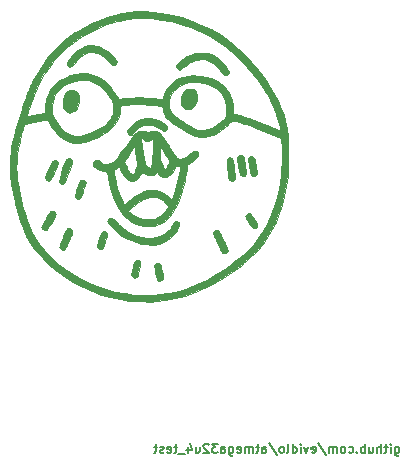
<source format=gbr>
%TF.GenerationSoftware,KiCad,Pcbnew,5.1.10*%
%TF.CreationDate,2021-10-29T02:28:02-05:00*%
%TF.ProjectId,evan_atmega32u4,6576616e-5f61-4746-9d65-676133327534,rev?*%
%TF.SameCoordinates,Original*%
%TF.FileFunction,Legend,Bot*%
%TF.FilePolarity,Positive*%
%FSLAX46Y46*%
G04 Gerber Fmt 4.6, Leading zero omitted, Abs format (unit mm)*
G04 Created by KiCad (PCBNEW 5.1.10) date 2021-10-29 02:28:02*
%MOMM*%
%LPD*%
G01*
G04 APERTURE LIST*
%ADD10C,0.190500*%
%ADD11C,0.010000*%
G04 APERTURE END LIST*
D10*
X199861714Y-98896714D02*
X199861714Y-99513571D01*
X199898000Y-99586142D01*
X199934285Y-99622428D01*
X200006857Y-99658714D01*
X200115714Y-99658714D01*
X200188285Y-99622428D01*
X199861714Y-99368428D02*
X199934285Y-99404714D01*
X200079428Y-99404714D01*
X200152000Y-99368428D01*
X200188285Y-99332142D01*
X200224571Y-99259571D01*
X200224571Y-99041857D01*
X200188285Y-98969285D01*
X200152000Y-98933000D01*
X200079428Y-98896714D01*
X199934285Y-98896714D01*
X199861714Y-98933000D01*
X199498857Y-99404714D02*
X199498857Y-98896714D01*
X199498857Y-98642714D02*
X199535142Y-98679000D01*
X199498857Y-98715285D01*
X199462571Y-98679000D01*
X199498857Y-98642714D01*
X199498857Y-98715285D01*
X199244857Y-98896714D02*
X198954571Y-98896714D01*
X199136000Y-98642714D02*
X199136000Y-99295857D01*
X199099714Y-99368428D01*
X199027142Y-99404714D01*
X198954571Y-99404714D01*
X198700571Y-99404714D02*
X198700571Y-98642714D01*
X198374000Y-99404714D02*
X198374000Y-99005571D01*
X198410285Y-98933000D01*
X198482857Y-98896714D01*
X198591714Y-98896714D01*
X198664285Y-98933000D01*
X198700571Y-98969285D01*
X197684571Y-98896714D02*
X197684571Y-99404714D01*
X198011142Y-98896714D02*
X198011142Y-99295857D01*
X197974857Y-99368428D01*
X197902285Y-99404714D01*
X197793428Y-99404714D01*
X197720857Y-99368428D01*
X197684571Y-99332142D01*
X197321714Y-99404714D02*
X197321714Y-98642714D01*
X197321714Y-98933000D02*
X197249142Y-98896714D01*
X197104000Y-98896714D01*
X197031428Y-98933000D01*
X196995142Y-98969285D01*
X196958857Y-99041857D01*
X196958857Y-99259571D01*
X196995142Y-99332142D01*
X197031428Y-99368428D01*
X197104000Y-99404714D01*
X197249142Y-99404714D01*
X197321714Y-99368428D01*
X196632285Y-99332142D02*
X196596000Y-99368428D01*
X196632285Y-99404714D01*
X196668571Y-99368428D01*
X196632285Y-99332142D01*
X196632285Y-99404714D01*
X195942857Y-99368428D02*
X196015428Y-99404714D01*
X196160571Y-99404714D01*
X196233142Y-99368428D01*
X196269428Y-99332142D01*
X196305714Y-99259571D01*
X196305714Y-99041857D01*
X196269428Y-98969285D01*
X196233142Y-98933000D01*
X196160571Y-98896714D01*
X196015428Y-98896714D01*
X195942857Y-98933000D01*
X195507428Y-99404714D02*
X195580000Y-99368428D01*
X195616285Y-99332142D01*
X195652571Y-99259571D01*
X195652571Y-99041857D01*
X195616285Y-98969285D01*
X195580000Y-98933000D01*
X195507428Y-98896714D01*
X195398571Y-98896714D01*
X195326000Y-98933000D01*
X195289714Y-98969285D01*
X195253428Y-99041857D01*
X195253428Y-99259571D01*
X195289714Y-99332142D01*
X195326000Y-99368428D01*
X195398571Y-99404714D01*
X195507428Y-99404714D01*
X194926857Y-99404714D02*
X194926857Y-98896714D01*
X194926857Y-98969285D02*
X194890571Y-98933000D01*
X194818000Y-98896714D01*
X194709142Y-98896714D01*
X194636571Y-98933000D01*
X194600285Y-99005571D01*
X194600285Y-99404714D01*
X194600285Y-99005571D02*
X194564000Y-98933000D01*
X194491428Y-98896714D01*
X194382571Y-98896714D01*
X194310000Y-98933000D01*
X194273714Y-99005571D01*
X194273714Y-99404714D01*
X193366571Y-98606428D02*
X194019714Y-99586142D01*
X192822285Y-99368428D02*
X192894857Y-99404714D01*
X193040000Y-99404714D01*
X193112571Y-99368428D01*
X193148857Y-99295857D01*
X193148857Y-99005571D01*
X193112571Y-98933000D01*
X193040000Y-98896714D01*
X192894857Y-98896714D01*
X192822285Y-98933000D01*
X192786000Y-99005571D01*
X192786000Y-99078142D01*
X193148857Y-99150714D01*
X192532000Y-98896714D02*
X192350571Y-99404714D01*
X192169142Y-98896714D01*
X191878857Y-99404714D02*
X191878857Y-98896714D01*
X191878857Y-98642714D02*
X191915142Y-98679000D01*
X191878857Y-98715285D01*
X191842571Y-98679000D01*
X191878857Y-98642714D01*
X191878857Y-98715285D01*
X191189428Y-99404714D02*
X191189428Y-98642714D01*
X191189428Y-99368428D02*
X191262000Y-99404714D01*
X191407142Y-99404714D01*
X191479714Y-99368428D01*
X191516000Y-99332142D01*
X191552285Y-99259571D01*
X191552285Y-99041857D01*
X191516000Y-98969285D01*
X191479714Y-98933000D01*
X191407142Y-98896714D01*
X191262000Y-98896714D01*
X191189428Y-98933000D01*
X190717714Y-99404714D02*
X190790285Y-99368428D01*
X190826571Y-99295857D01*
X190826571Y-98642714D01*
X190318571Y-99404714D02*
X190391142Y-99368428D01*
X190427428Y-99332142D01*
X190463714Y-99259571D01*
X190463714Y-99041857D01*
X190427428Y-98969285D01*
X190391142Y-98933000D01*
X190318571Y-98896714D01*
X190209714Y-98896714D01*
X190137142Y-98933000D01*
X190100857Y-98969285D01*
X190064571Y-99041857D01*
X190064571Y-99259571D01*
X190100857Y-99332142D01*
X190137142Y-99368428D01*
X190209714Y-99404714D01*
X190318571Y-99404714D01*
X189193714Y-98606428D02*
X189846857Y-99586142D01*
X188613142Y-99404714D02*
X188613142Y-99005571D01*
X188649428Y-98933000D01*
X188722000Y-98896714D01*
X188867142Y-98896714D01*
X188939714Y-98933000D01*
X188613142Y-99368428D02*
X188685714Y-99404714D01*
X188867142Y-99404714D01*
X188939714Y-99368428D01*
X188976000Y-99295857D01*
X188976000Y-99223285D01*
X188939714Y-99150714D01*
X188867142Y-99114428D01*
X188685714Y-99114428D01*
X188613142Y-99078142D01*
X188359142Y-98896714D02*
X188068857Y-98896714D01*
X188250285Y-98642714D02*
X188250285Y-99295857D01*
X188214000Y-99368428D01*
X188141428Y-99404714D01*
X188068857Y-99404714D01*
X187814857Y-99404714D02*
X187814857Y-98896714D01*
X187814857Y-98969285D02*
X187778571Y-98933000D01*
X187706000Y-98896714D01*
X187597142Y-98896714D01*
X187524571Y-98933000D01*
X187488285Y-99005571D01*
X187488285Y-99404714D01*
X187488285Y-99005571D02*
X187452000Y-98933000D01*
X187379428Y-98896714D01*
X187270571Y-98896714D01*
X187198000Y-98933000D01*
X187161714Y-99005571D01*
X187161714Y-99404714D01*
X186508571Y-99368428D02*
X186581142Y-99404714D01*
X186726285Y-99404714D01*
X186798857Y-99368428D01*
X186835142Y-99295857D01*
X186835142Y-99005571D01*
X186798857Y-98933000D01*
X186726285Y-98896714D01*
X186581142Y-98896714D01*
X186508571Y-98933000D01*
X186472285Y-99005571D01*
X186472285Y-99078142D01*
X186835142Y-99150714D01*
X185819142Y-98896714D02*
X185819142Y-99513571D01*
X185855428Y-99586142D01*
X185891714Y-99622428D01*
X185964285Y-99658714D01*
X186073142Y-99658714D01*
X186145714Y-99622428D01*
X185819142Y-99368428D02*
X185891714Y-99404714D01*
X186036857Y-99404714D01*
X186109428Y-99368428D01*
X186145714Y-99332142D01*
X186182000Y-99259571D01*
X186182000Y-99041857D01*
X186145714Y-98969285D01*
X186109428Y-98933000D01*
X186036857Y-98896714D01*
X185891714Y-98896714D01*
X185819142Y-98933000D01*
X185129714Y-99404714D02*
X185129714Y-99005571D01*
X185166000Y-98933000D01*
X185238571Y-98896714D01*
X185383714Y-98896714D01*
X185456285Y-98933000D01*
X185129714Y-99368428D02*
X185202285Y-99404714D01*
X185383714Y-99404714D01*
X185456285Y-99368428D01*
X185492571Y-99295857D01*
X185492571Y-99223285D01*
X185456285Y-99150714D01*
X185383714Y-99114428D01*
X185202285Y-99114428D01*
X185129714Y-99078142D01*
X184839428Y-98642714D02*
X184367714Y-98642714D01*
X184621714Y-98933000D01*
X184512857Y-98933000D01*
X184440285Y-98969285D01*
X184404000Y-99005571D01*
X184367714Y-99078142D01*
X184367714Y-99259571D01*
X184404000Y-99332142D01*
X184440285Y-99368428D01*
X184512857Y-99404714D01*
X184730571Y-99404714D01*
X184803142Y-99368428D01*
X184839428Y-99332142D01*
X184077428Y-98715285D02*
X184041142Y-98679000D01*
X183968571Y-98642714D01*
X183787142Y-98642714D01*
X183714571Y-98679000D01*
X183678285Y-98715285D01*
X183642000Y-98787857D01*
X183642000Y-98860428D01*
X183678285Y-98969285D01*
X184113714Y-99404714D01*
X183642000Y-99404714D01*
X182988857Y-98896714D02*
X182988857Y-99404714D01*
X183315428Y-98896714D02*
X183315428Y-99295857D01*
X183279142Y-99368428D01*
X183206571Y-99404714D01*
X183097714Y-99404714D01*
X183025142Y-99368428D01*
X182988857Y-99332142D01*
X182299428Y-98896714D02*
X182299428Y-99404714D01*
X182480857Y-98606428D02*
X182662285Y-99150714D01*
X182190571Y-99150714D01*
X182081714Y-99477285D02*
X181501142Y-99477285D01*
X181428571Y-98896714D02*
X181138285Y-98896714D01*
X181319714Y-98642714D02*
X181319714Y-99295857D01*
X181283428Y-99368428D01*
X181210857Y-99404714D01*
X181138285Y-99404714D01*
X180594000Y-99368428D02*
X180666571Y-99404714D01*
X180811714Y-99404714D01*
X180884285Y-99368428D01*
X180920571Y-99295857D01*
X180920571Y-99005571D01*
X180884285Y-98933000D01*
X180811714Y-98896714D01*
X180666571Y-98896714D01*
X180594000Y-98933000D01*
X180557714Y-99005571D01*
X180557714Y-99078142D01*
X180920571Y-99150714D01*
X180267428Y-99368428D02*
X180194857Y-99404714D01*
X180049714Y-99404714D01*
X179977142Y-99368428D01*
X179940857Y-99295857D01*
X179940857Y-99259571D01*
X179977142Y-99187000D01*
X180049714Y-99150714D01*
X180158571Y-99150714D01*
X180231142Y-99114428D01*
X180267428Y-99041857D01*
X180267428Y-99005571D01*
X180231142Y-98933000D01*
X180158571Y-98896714D01*
X180049714Y-98896714D01*
X179977142Y-98933000D01*
X179723142Y-98896714D02*
X179432857Y-98896714D01*
X179614285Y-98642714D02*
X179614285Y-99295857D01*
X179578000Y-99368428D01*
X179505428Y-99404714D01*
X179432857Y-99404714D01*
D11*
%TO.C,TP1*%
G36*
X178024595Y-62037522D02*
G01*
X177768186Y-62044912D01*
X177547794Y-62056880D01*
X177403125Y-62070263D01*
X176785580Y-62169372D01*
X176146663Y-62318830D01*
X175497476Y-62514418D01*
X174849118Y-62751915D01*
X174212692Y-63027102D01*
X173599298Y-63335758D01*
X173020036Y-63673663D01*
X172786777Y-63825182D01*
X172128060Y-64304592D01*
X171510670Y-64829785D01*
X170937507Y-65397666D01*
X170411473Y-66005136D01*
X169935470Y-66649098D01*
X169521815Y-67310000D01*
X169375918Y-67571123D01*
X169240103Y-67829424D01*
X169111183Y-68092561D01*
X168985974Y-68368195D01*
X168861289Y-68663984D01*
X168733942Y-68987587D01*
X168600747Y-69346664D01*
X168458519Y-69748875D01*
X168304071Y-70201879D01*
X168242992Y-70384494D01*
X168034130Y-71027287D01*
X167852947Y-71619665D01*
X167698186Y-72167737D01*
X167568590Y-72677611D01*
X167462901Y-73155397D01*
X167379864Y-73607203D01*
X167318219Y-74039139D01*
X167276711Y-74457312D01*
X167254083Y-74867832D01*
X167248754Y-75215750D01*
X167253145Y-75508013D01*
X167265758Y-75793159D01*
X167287788Y-76078638D01*
X167320431Y-76371904D01*
X167364884Y-76680407D01*
X167422343Y-77011599D01*
X167494004Y-77372933D01*
X167581062Y-77771861D01*
X167684715Y-78215833D01*
X167806159Y-78712302D01*
X167817019Y-78755875D01*
X167873939Y-78979901D01*
X167932636Y-79203772D01*
X167989184Y-79413020D01*
X168039659Y-79593181D01*
X168080133Y-79729790D01*
X168088409Y-79756000D01*
X168327584Y-80396811D01*
X168626840Y-81022278D01*
X168984033Y-81629727D01*
X169397020Y-82216484D01*
X169863658Y-82779875D01*
X170381805Y-83317225D01*
X170949318Y-83825861D01*
X171564054Y-84303108D01*
X171942125Y-84564961D01*
X172667197Y-85013245D01*
X173406804Y-85404164D01*
X174165806Y-85739506D01*
X174949062Y-86021058D01*
X175761433Y-86250608D01*
X176607778Y-86429943D01*
X177306190Y-86537624D01*
X177437919Y-86550741D01*
X177619862Y-86563112D01*
X177840249Y-86574437D01*
X178087315Y-86584418D01*
X178349291Y-86592754D01*
X178614410Y-86599147D01*
X178870904Y-86603298D01*
X179107005Y-86604907D01*
X179310945Y-86603674D01*
X179470958Y-86599301D01*
X179546250Y-86594597D01*
X180408245Y-86489076D01*
X181255195Y-86324940D01*
X182088453Y-86101605D01*
X182909371Y-85818489D01*
X183719299Y-85475010D01*
X184519590Y-85070586D01*
X185311595Y-84604633D01*
X186096666Y-84076570D01*
X186876155Y-83485814D01*
X187007500Y-83379687D01*
X187371044Y-83074424D01*
X187689548Y-82786542D01*
X187974438Y-82504368D01*
X188237141Y-82216232D01*
X188489082Y-81910461D01*
X188644341Y-81707646D01*
X189054240Y-81114637D01*
X189420363Y-80491214D01*
X189743821Y-79834300D01*
X190025725Y-79140816D01*
X190267188Y-78407685D01*
X190469319Y-77631828D01*
X190633230Y-76810167D01*
X190760033Y-75939625D01*
X190776094Y-75803125D01*
X190797781Y-75561240D01*
X190814419Y-75268179D01*
X190826058Y-74936064D01*
X190832747Y-74577014D01*
X190834534Y-74203149D01*
X190834378Y-74183875D01*
X190260513Y-74183875D01*
X190259455Y-74529621D01*
X190256839Y-74820689D01*
X190252353Y-75065888D01*
X190245690Y-75274025D01*
X190236540Y-75453911D01*
X190224592Y-75614354D01*
X190209538Y-75764164D01*
X190203077Y-75819000D01*
X190086155Y-76631819D01*
X189939638Y-77392799D01*
X189761852Y-78107133D01*
X189551124Y-78780013D01*
X189305781Y-79416632D01*
X189024151Y-80022182D01*
X188704559Y-80601857D01*
X188614032Y-80750600D01*
X188279121Y-81245043D01*
X187895471Y-81726695D01*
X187460423Y-82198153D01*
X186971317Y-82662016D01*
X186425492Y-83120881D01*
X185820290Y-83577345D01*
X185466489Y-83824684D01*
X184703256Y-84311046D01*
X183925759Y-84739720D01*
X183136422Y-85109806D01*
X182337670Y-85420401D01*
X181531930Y-85670601D01*
X180721627Y-85859506D01*
X179909187Y-85986212D01*
X179562125Y-86021152D01*
X179430684Y-86028495D01*
X179249578Y-86033440D01*
X179032592Y-86036079D01*
X178793513Y-86036505D01*
X178546126Y-86034811D01*
X178304218Y-86031090D01*
X178081573Y-86025435D01*
X177891979Y-86017938D01*
X177752375Y-86008967D01*
X176958411Y-85912937D01*
X176177337Y-85764236D01*
X175412640Y-85565040D01*
X174667808Y-85317524D01*
X173946329Y-85023867D01*
X173251689Y-84686242D01*
X172587377Y-84306827D01*
X171956880Y-83887798D01*
X171363686Y-83431331D01*
X170811281Y-82939602D01*
X170303153Y-82414787D01*
X169842791Y-81859063D01*
X169433680Y-81274605D01*
X169079309Y-80663589D01*
X169028991Y-80565625D01*
X168933426Y-80367040D01*
X168842876Y-80158266D01*
X168755507Y-79933269D01*
X168669487Y-79686020D01*
X168582982Y-79410486D01*
X168494160Y-79100637D01*
X168401188Y-78750440D01*
X168302233Y-78353865D01*
X168195461Y-77904881D01*
X168117158Y-77565250D01*
X167986739Y-76938327D01*
X167892475Y-76351664D01*
X167834241Y-75793402D01*
X167811914Y-75251684D01*
X167825371Y-74714653D01*
X167874486Y-74170452D01*
X167959136Y-73607224D01*
X168069975Y-73054453D01*
X168122217Y-72826075D01*
X168178179Y-72594208D01*
X168235505Y-72367423D01*
X168291840Y-72154291D01*
X168344828Y-71963382D01*
X168392113Y-71803267D01*
X168431339Y-71682517D01*
X168460151Y-71609701D01*
X168471854Y-71592323D01*
X168529121Y-71569984D01*
X168638612Y-71538681D01*
X168790034Y-71500583D01*
X168973093Y-71457855D01*
X169177496Y-71412667D01*
X169392952Y-71367186D01*
X169609166Y-71323579D01*
X169815845Y-71284013D01*
X170002697Y-71250657D01*
X170159429Y-71225679D01*
X170275747Y-71211244D01*
X170285385Y-71210414D01*
X170346020Y-71207604D01*
X170389230Y-71218271D01*
X170427028Y-71253229D01*
X170471427Y-71323292D01*
X170529624Y-71430279D01*
X170774715Y-71836444D01*
X171046246Y-72191088D01*
X171341605Y-72492780D01*
X171658180Y-72740088D01*
X171993362Y-72931581D01*
X172344539Y-73065827D01*
X172709100Y-73141396D01*
X173084435Y-73156856D01*
X173467932Y-73110774D01*
X173558762Y-73090906D01*
X173873008Y-73000540D01*
X174210027Y-72875795D01*
X174556459Y-72723586D01*
X174898943Y-72550828D01*
X175224117Y-72364438D01*
X175518620Y-72171332D01*
X175769091Y-71978424D01*
X175853805Y-71903008D01*
X176084398Y-71664853D01*
X176263360Y-71425374D01*
X176396799Y-71171763D01*
X176490823Y-70891215D01*
X176551538Y-70570922D01*
X176570580Y-70399997D01*
X176595739Y-70123735D01*
X176002864Y-70123735D01*
X176002289Y-70203868D01*
X175995788Y-70412767D01*
X175979558Y-70579125D01*
X175951126Y-70723483D01*
X175931101Y-70795348D01*
X175830861Y-71035699D01*
X175678388Y-71265250D01*
X175471544Y-71485907D01*
X175208192Y-71699575D01*
X174886193Y-71908160D01*
X174503408Y-72113567D01*
X174390567Y-72168156D01*
X174036430Y-72327229D01*
X173723510Y-72447563D01*
X173443777Y-72530506D01*
X173189200Y-72577406D01*
X172951749Y-72589608D01*
X172723392Y-72568462D01*
X172496100Y-72515314D01*
X172435461Y-72496179D01*
X172129806Y-72361680D01*
X171838951Y-72165889D01*
X171563637Y-71909440D01*
X171304609Y-71592968D01*
X171202138Y-71444263D01*
X171042652Y-71176065D01*
X170929293Y-70920762D01*
X170857627Y-70661513D01*
X170823218Y-70381475D01*
X170821631Y-70063807D01*
X170824107Y-70008750D01*
X170867745Y-69648959D01*
X170961553Y-69322527D01*
X171107267Y-69027095D01*
X171306628Y-68760302D01*
X171561373Y-68519789D01*
X171873242Y-68303197D01*
X172214402Y-68121950D01*
X172513856Y-67994685D01*
X172791116Y-67908532D01*
X173067606Y-67858456D01*
X173364752Y-67839421D01*
X173418500Y-67838911D01*
X173595575Y-67839983D01*
X173728274Y-67846006D01*
X173835676Y-67859519D01*
X173936861Y-67883060D01*
X174050907Y-67919166D01*
X174069375Y-67925503D01*
X174438504Y-68084618D01*
X174783152Y-68299247D01*
X175105016Y-68570793D01*
X175405793Y-68900656D01*
X175646331Y-69228221D01*
X175768668Y-69412724D01*
X175859576Y-69557463D01*
X175923633Y-69674983D01*
X175965414Y-69777827D01*
X175989495Y-69878538D01*
X176000453Y-69989660D01*
X176002864Y-70123735D01*
X176595739Y-70123735D01*
X176605791Y-70013370D01*
X176798083Y-69978744D01*
X176897565Y-69964477D01*
X177044065Y-69948145D01*
X177221206Y-69931359D01*
X177412613Y-69915729D01*
X177508455Y-69908858D01*
X177824025Y-69895660D01*
X178183129Y-69894713D01*
X178567147Y-69905271D01*
X178957458Y-69926587D01*
X179335442Y-69957914D01*
X179657375Y-69995079D01*
X179849850Y-70021016D01*
X179988369Y-70041166D01*
X180081814Y-70058891D01*
X180139067Y-70077551D01*
X180169009Y-70100507D01*
X180180523Y-70131121D01*
X180182489Y-70172754D01*
X180182599Y-70193835D01*
X180198620Y-70313050D01*
X180239783Y-70466300D01*
X180299045Y-70632878D01*
X180369364Y-70792078D01*
X180415180Y-70877579D01*
X180509795Y-71023474D01*
X180614122Y-71148112D01*
X180741817Y-71264705D01*
X180906534Y-71386468D01*
X181016771Y-71459727D01*
X181164316Y-71557265D01*
X181341747Y-71677672D01*
X181527715Y-71806303D01*
X181700870Y-71928515D01*
X181716315Y-71939572D01*
X182069704Y-72178197D01*
X182395478Y-72366269D01*
X182700281Y-72506698D01*
X182990757Y-72602396D01*
X183273551Y-72656274D01*
X183374111Y-72665947D01*
X183719490Y-72662032D01*
X184069210Y-72600335D01*
X184425173Y-72480045D01*
X184789282Y-72300354D01*
X185163438Y-72060452D01*
X185549542Y-71759530D01*
X185594625Y-71721122D01*
X185717793Y-71613735D01*
X185832351Y-71511071D01*
X185924243Y-71425887D01*
X185973628Y-71377179D01*
X186045380Y-71315468D01*
X186111012Y-71281215D01*
X186126624Y-71278750D01*
X186203511Y-71288500D01*
X186329041Y-71315650D01*
X186491775Y-71357050D01*
X186680272Y-71409549D01*
X186883092Y-71469996D01*
X187088797Y-71535241D01*
X187229750Y-71582552D01*
X187536877Y-71691922D01*
X187889912Y-71823884D01*
X188277347Y-71973914D01*
X188687672Y-72137487D01*
X189109379Y-72310076D01*
X189530956Y-72487156D01*
X189538227Y-72490252D01*
X190212590Y-72777487D01*
X190237146Y-72893306D01*
X190242735Y-72951073D01*
X190247814Y-73064402D01*
X190252237Y-73225358D01*
X190255862Y-73426004D01*
X190258545Y-73658404D01*
X190260142Y-73914622D01*
X190260513Y-74183875D01*
X190834378Y-74183875D01*
X190831468Y-73826588D01*
X190823598Y-73459453D01*
X190810974Y-73113863D01*
X190793642Y-72801938D01*
X190771654Y-72535798D01*
X190762603Y-72453500D01*
X190716643Y-72137802D01*
X190156637Y-72137802D01*
X189971131Y-72055403D01*
X189879270Y-72015464D01*
X189742931Y-71957296D01*
X189576323Y-71886910D01*
X189393661Y-71810317D01*
X189260654Y-71754897D01*
X188784624Y-71560828D01*
X188325743Y-71381030D01*
X187890435Y-71217782D01*
X187485121Y-71073359D01*
X187116222Y-70950038D01*
X186790161Y-70850096D01*
X186513360Y-70775809D01*
X186469673Y-70765433D01*
X186150473Y-70691375D01*
X186150306Y-70484991D01*
X185573078Y-70484991D01*
X185566158Y-70674382D01*
X185548231Y-70818375D01*
X185525846Y-70913206D01*
X185496249Y-70987283D01*
X185448637Y-71057621D01*
X185372208Y-71141235D01*
X185294507Y-71218010D01*
X184977772Y-71496389D01*
X184654473Y-71724200D01*
X184328994Y-71899751D01*
X184005719Y-72021353D01*
X183689033Y-72087314D01*
X183383319Y-72095944D01*
X183125624Y-72054454D01*
X182894121Y-71974555D01*
X182631093Y-71847901D01*
X182343601Y-71678173D01*
X182133875Y-71537320D01*
X181974663Y-71426126D01*
X181788057Y-71297008D01*
X181599385Y-71167434D01*
X181460613Y-71072906D01*
X181252810Y-70925336D01*
X181093981Y-70795356D01*
X180975464Y-70673904D01*
X180888597Y-70551922D01*
X180824718Y-70420349D01*
X180816622Y-70399330D01*
X180744128Y-70117906D01*
X180727405Y-69821395D01*
X180764101Y-69520283D01*
X180851863Y-69225051D01*
X180988339Y-68946183D01*
X181171175Y-68694163D01*
X181208639Y-68652661D01*
X181459814Y-68429573D01*
X181751154Y-68253433D01*
X182078767Y-68125455D01*
X182438762Y-68046857D01*
X182827247Y-68018855D01*
X183181055Y-68036157D01*
X183639189Y-68104034D01*
X184046880Y-68209896D01*
X184404894Y-68354180D01*
X184713994Y-68537321D01*
X184974947Y-68759755D01*
X185188516Y-69021918D01*
X185323845Y-69256600D01*
X185389729Y-69401515D01*
X185450364Y-69552743D01*
X185494753Y-69682431D01*
X185501732Y-69707125D01*
X185532728Y-69864150D01*
X185555515Y-70059632D01*
X185569248Y-70273327D01*
X185573078Y-70484991D01*
X186150306Y-70484991D01*
X186150241Y-70405625D01*
X186122483Y-69968726D01*
X186041431Y-69548970D01*
X185909339Y-69156334D01*
X185827752Y-68979014D01*
X185713385Y-68771536D01*
X185592505Y-68596827D01*
X185445784Y-68428559D01*
X185360022Y-68341875D01*
X185053524Y-68083278D01*
X184706113Y-67869215D01*
X184316187Y-67699034D01*
X183882143Y-67572080D01*
X183402381Y-67487700D01*
X183216217Y-67467439D01*
X182763391Y-67451353D01*
X182335642Y-67487550D01*
X181936158Y-67573973D01*
X181568126Y-67708565D01*
X181234734Y-67889268D01*
X180939169Y-68114026D01*
X180684617Y-68380782D01*
X180474268Y-68687478D01*
X180311306Y-69032057D01*
X180198921Y-69412463D01*
X180198322Y-69415241D01*
X180172494Y-69479249D01*
X180129149Y-69489675D01*
X180124630Y-69488472D01*
X180044670Y-69472049D01*
X179912147Y-69452703D01*
X179737871Y-69431537D01*
X179532650Y-69409655D01*
X179307293Y-69388161D01*
X179072611Y-69368157D01*
X178839413Y-69350749D01*
X178669383Y-69339906D01*
X178333256Y-69326661D01*
X177984001Y-69324357D01*
X177636234Y-69332394D01*
X177304567Y-69350168D01*
X177003615Y-69377077D01*
X176747990Y-69412520D01*
X176701318Y-69421013D01*
X176574232Y-69441602D01*
X176483912Y-69448646D01*
X176442008Y-69441332D01*
X176440697Y-69439202D01*
X176420768Y-69400576D01*
X176375443Y-69321405D01*
X176312572Y-69215243D01*
X176273263Y-69150105D01*
X175998400Y-68741615D01*
X175696051Y-68373442D01*
X175371734Y-68050855D01*
X175030963Y-67779125D01*
X174679254Y-67563521D01*
X174542768Y-67496897D01*
X174294111Y-67395787D01*
X174058236Y-67327417D01*
X173812979Y-67287243D01*
X173536176Y-67270722D01*
X173434375Y-67269686D01*
X173153248Y-67276988D01*
X172909106Y-67302030D01*
X172676892Y-67349041D01*
X172431545Y-67422250D01*
X172338506Y-67454641D01*
X171889764Y-67642124D01*
X171493700Y-67863959D01*
X171150646Y-68119792D01*
X170860930Y-68409268D01*
X170624882Y-68732030D01*
X170442833Y-69087723D01*
X170315111Y-69475994D01*
X170271908Y-69681189D01*
X170258251Y-69800101D01*
X170249614Y-69959116D01*
X170246902Y-70134972D01*
X170249272Y-70263136D01*
X170262647Y-70638287D01*
X170007011Y-70675540D01*
X169892707Y-70694057D01*
X169731650Y-70722635D01*
X169539241Y-70758319D01*
X169330878Y-70798154D01*
X169121962Y-70839185D01*
X168927892Y-70878457D01*
X168764068Y-70913017D01*
X168727867Y-70920968D01*
X168698218Y-70926353D01*
X168680510Y-70921051D01*
X168676188Y-70896291D01*
X168686692Y-70843298D01*
X168713467Y-70753302D01*
X168757955Y-70617529D01*
X168796953Y-70500875D01*
X168941956Y-70073423D01*
X169073877Y-69697582D01*
X169196497Y-69363744D01*
X169313592Y-69062298D01*
X169428942Y-68783635D01*
X169546325Y-68518145D01*
X169669519Y-68256219D01*
X169720737Y-68151375D01*
X170097973Y-67457074D01*
X170525075Y-66800983D01*
X171000048Y-66184671D01*
X171520897Y-65609704D01*
X172085626Y-65077652D01*
X172692241Y-64590081D01*
X173338745Y-64148560D01*
X174023144Y-63754656D01*
X174743443Y-63409938D01*
X175497646Y-63115973D01*
X176283758Y-62874329D01*
X176510292Y-62816017D01*
X176836389Y-62740499D01*
X177132309Y-62683938D01*
X177417057Y-62644144D01*
X177709636Y-62618926D01*
X178029050Y-62606094D01*
X178355625Y-62603325D01*
X179191609Y-62636693D01*
X180027954Y-62731762D01*
X180859621Y-62886960D01*
X181681569Y-63100719D01*
X182488761Y-63371468D01*
X183276157Y-63697638D01*
X184038717Y-64077659D01*
X184771403Y-64509960D01*
X185036542Y-64684630D01*
X185585251Y-65085550D01*
X186133159Y-65541026D01*
X186672403Y-66042505D01*
X187195116Y-66581439D01*
X187693434Y-67149274D01*
X188159494Y-67737462D01*
X188585429Y-68337451D01*
X188963376Y-68940689D01*
X188984397Y-68976875D01*
X189109059Y-69203661D01*
X189245035Y-69470143D01*
X189383947Y-69758362D01*
X189517420Y-70050357D01*
X189637075Y-70328169D01*
X189734537Y-70573838D01*
X189753998Y-70626863D01*
X189823541Y-70831292D01*
X189895959Y-71063501D01*
X189966755Y-71307239D01*
X190031431Y-71546255D01*
X190085491Y-71764301D01*
X190124437Y-71945125D01*
X190134545Y-72001963D01*
X190156637Y-72137802D01*
X190716643Y-72137802D01*
X190679082Y-71879805D01*
X190567454Y-71338712D01*
X190423176Y-70815356D01*
X190241705Y-70294878D01*
X190018498Y-69762413D01*
X189799705Y-69303556D01*
X189403039Y-68573892D01*
X188951109Y-67861801D01*
X188442083Y-67164822D01*
X187874131Y-66480494D01*
X187245421Y-65806357D01*
X187055335Y-65616221D01*
X186408444Y-65022920D01*
X185723032Y-64479231D01*
X185001621Y-63986308D01*
X184246731Y-63545310D01*
X183460882Y-63157392D01*
X182646596Y-62823711D01*
X181806393Y-62545423D01*
X180942794Y-62323685D01*
X180058320Y-62159653D01*
X179324000Y-62069469D01*
X179111603Y-62053873D01*
X178860524Y-62042886D01*
X178585704Y-62036503D01*
X178302081Y-62034717D01*
X178024595Y-62037522D01*
G37*
X178024595Y-62037522D02*
X177768186Y-62044912D01*
X177547794Y-62056880D01*
X177403125Y-62070263D01*
X176785580Y-62169372D01*
X176146663Y-62318830D01*
X175497476Y-62514418D01*
X174849118Y-62751915D01*
X174212692Y-63027102D01*
X173599298Y-63335758D01*
X173020036Y-63673663D01*
X172786777Y-63825182D01*
X172128060Y-64304592D01*
X171510670Y-64829785D01*
X170937507Y-65397666D01*
X170411473Y-66005136D01*
X169935470Y-66649098D01*
X169521815Y-67310000D01*
X169375918Y-67571123D01*
X169240103Y-67829424D01*
X169111183Y-68092561D01*
X168985974Y-68368195D01*
X168861289Y-68663984D01*
X168733942Y-68987587D01*
X168600747Y-69346664D01*
X168458519Y-69748875D01*
X168304071Y-70201879D01*
X168242992Y-70384494D01*
X168034130Y-71027287D01*
X167852947Y-71619665D01*
X167698186Y-72167737D01*
X167568590Y-72677611D01*
X167462901Y-73155397D01*
X167379864Y-73607203D01*
X167318219Y-74039139D01*
X167276711Y-74457312D01*
X167254083Y-74867832D01*
X167248754Y-75215750D01*
X167253145Y-75508013D01*
X167265758Y-75793159D01*
X167287788Y-76078638D01*
X167320431Y-76371904D01*
X167364884Y-76680407D01*
X167422343Y-77011599D01*
X167494004Y-77372933D01*
X167581062Y-77771861D01*
X167684715Y-78215833D01*
X167806159Y-78712302D01*
X167817019Y-78755875D01*
X167873939Y-78979901D01*
X167932636Y-79203772D01*
X167989184Y-79413020D01*
X168039659Y-79593181D01*
X168080133Y-79729790D01*
X168088409Y-79756000D01*
X168327584Y-80396811D01*
X168626840Y-81022278D01*
X168984033Y-81629727D01*
X169397020Y-82216484D01*
X169863658Y-82779875D01*
X170381805Y-83317225D01*
X170949318Y-83825861D01*
X171564054Y-84303108D01*
X171942125Y-84564961D01*
X172667197Y-85013245D01*
X173406804Y-85404164D01*
X174165806Y-85739506D01*
X174949062Y-86021058D01*
X175761433Y-86250608D01*
X176607778Y-86429943D01*
X177306190Y-86537624D01*
X177437919Y-86550741D01*
X177619862Y-86563112D01*
X177840249Y-86574437D01*
X178087315Y-86584418D01*
X178349291Y-86592754D01*
X178614410Y-86599147D01*
X178870904Y-86603298D01*
X179107005Y-86604907D01*
X179310945Y-86603674D01*
X179470958Y-86599301D01*
X179546250Y-86594597D01*
X180408245Y-86489076D01*
X181255195Y-86324940D01*
X182088453Y-86101605D01*
X182909371Y-85818489D01*
X183719299Y-85475010D01*
X184519590Y-85070586D01*
X185311595Y-84604633D01*
X186096666Y-84076570D01*
X186876155Y-83485814D01*
X187007500Y-83379687D01*
X187371044Y-83074424D01*
X187689548Y-82786542D01*
X187974438Y-82504368D01*
X188237141Y-82216232D01*
X188489082Y-81910461D01*
X188644341Y-81707646D01*
X189054240Y-81114637D01*
X189420363Y-80491214D01*
X189743821Y-79834300D01*
X190025725Y-79140816D01*
X190267188Y-78407685D01*
X190469319Y-77631828D01*
X190633230Y-76810167D01*
X190760033Y-75939625D01*
X190776094Y-75803125D01*
X190797781Y-75561240D01*
X190814419Y-75268179D01*
X190826058Y-74936064D01*
X190832747Y-74577014D01*
X190834534Y-74203149D01*
X190834378Y-74183875D01*
X190260513Y-74183875D01*
X190259455Y-74529621D01*
X190256839Y-74820689D01*
X190252353Y-75065888D01*
X190245690Y-75274025D01*
X190236540Y-75453911D01*
X190224592Y-75614354D01*
X190209538Y-75764164D01*
X190203077Y-75819000D01*
X190086155Y-76631819D01*
X189939638Y-77392799D01*
X189761852Y-78107133D01*
X189551124Y-78780013D01*
X189305781Y-79416632D01*
X189024151Y-80022182D01*
X188704559Y-80601857D01*
X188614032Y-80750600D01*
X188279121Y-81245043D01*
X187895471Y-81726695D01*
X187460423Y-82198153D01*
X186971317Y-82662016D01*
X186425492Y-83120881D01*
X185820290Y-83577345D01*
X185466489Y-83824684D01*
X184703256Y-84311046D01*
X183925759Y-84739720D01*
X183136422Y-85109806D01*
X182337670Y-85420401D01*
X181531930Y-85670601D01*
X180721627Y-85859506D01*
X179909187Y-85986212D01*
X179562125Y-86021152D01*
X179430684Y-86028495D01*
X179249578Y-86033440D01*
X179032592Y-86036079D01*
X178793513Y-86036505D01*
X178546126Y-86034811D01*
X178304218Y-86031090D01*
X178081573Y-86025435D01*
X177891979Y-86017938D01*
X177752375Y-86008967D01*
X176958411Y-85912937D01*
X176177337Y-85764236D01*
X175412640Y-85565040D01*
X174667808Y-85317524D01*
X173946329Y-85023867D01*
X173251689Y-84686242D01*
X172587377Y-84306827D01*
X171956880Y-83887798D01*
X171363686Y-83431331D01*
X170811281Y-82939602D01*
X170303153Y-82414787D01*
X169842791Y-81859063D01*
X169433680Y-81274605D01*
X169079309Y-80663589D01*
X169028991Y-80565625D01*
X168933426Y-80367040D01*
X168842876Y-80158266D01*
X168755507Y-79933269D01*
X168669487Y-79686020D01*
X168582982Y-79410486D01*
X168494160Y-79100637D01*
X168401188Y-78750440D01*
X168302233Y-78353865D01*
X168195461Y-77904881D01*
X168117158Y-77565250D01*
X167986739Y-76938327D01*
X167892475Y-76351664D01*
X167834241Y-75793402D01*
X167811914Y-75251684D01*
X167825371Y-74714653D01*
X167874486Y-74170452D01*
X167959136Y-73607224D01*
X168069975Y-73054453D01*
X168122217Y-72826075D01*
X168178179Y-72594208D01*
X168235505Y-72367423D01*
X168291840Y-72154291D01*
X168344828Y-71963382D01*
X168392113Y-71803267D01*
X168431339Y-71682517D01*
X168460151Y-71609701D01*
X168471854Y-71592323D01*
X168529121Y-71569984D01*
X168638612Y-71538681D01*
X168790034Y-71500583D01*
X168973093Y-71457855D01*
X169177496Y-71412667D01*
X169392952Y-71367186D01*
X169609166Y-71323579D01*
X169815845Y-71284013D01*
X170002697Y-71250657D01*
X170159429Y-71225679D01*
X170275747Y-71211244D01*
X170285385Y-71210414D01*
X170346020Y-71207604D01*
X170389230Y-71218271D01*
X170427028Y-71253229D01*
X170471427Y-71323292D01*
X170529624Y-71430279D01*
X170774715Y-71836444D01*
X171046246Y-72191088D01*
X171341605Y-72492780D01*
X171658180Y-72740088D01*
X171993362Y-72931581D01*
X172344539Y-73065827D01*
X172709100Y-73141396D01*
X173084435Y-73156856D01*
X173467932Y-73110774D01*
X173558762Y-73090906D01*
X173873008Y-73000540D01*
X174210027Y-72875795D01*
X174556459Y-72723586D01*
X174898943Y-72550828D01*
X175224117Y-72364438D01*
X175518620Y-72171332D01*
X175769091Y-71978424D01*
X175853805Y-71903008D01*
X176084398Y-71664853D01*
X176263360Y-71425374D01*
X176396799Y-71171763D01*
X176490823Y-70891215D01*
X176551538Y-70570922D01*
X176570580Y-70399997D01*
X176595739Y-70123735D01*
X176002864Y-70123735D01*
X176002289Y-70203868D01*
X175995788Y-70412767D01*
X175979558Y-70579125D01*
X175951126Y-70723483D01*
X175931101Y-70795348D01*
X175830861Y-71035699D01*
X175678388Y-71265250D01*
X175471544Y-71485907D01*
X175208192Y-71699575D01*
X174886193Y-71908160D01*
X174503408Y-72113567D01*
X174390567Y-72168156D01*
X174036430Y-72327229D01*
X173723510Y-72447563D01*
X173443777Y-72530506D01*
X173189200Y-72577406D01*
X172951749Y-72589608D01*
X172723392Y-72568462D01*
X172496100Y-72515314D01*
X172435461Y-72496179D01*
X172129806Y-72361680D01*
X171838951Y-72165889D01*
X171563637Y-71909440D01*
X171304609Y-71592968D01*
X171202138Y-71444263D01*
X171042652Y-71176065D01*
X170929293Y-70920762D01*
X170857627Y-70661513D01*
X170823218Y-70381475D01*
X170821631Y-70063807D01*
X170824107Y-70008750D01*
X170867745Y-69648959D01*
X170961553Y-69322527D01*
X171107267Y-69027095D01*
X171306628Y-68760302D01*
X171561373Y-68519789D01*
X171873242Y-68303197D01*
X172214402Y-68121950D01*
X172513856Y-67994685D01*
X172791116Y-67908532D01*
X173067606Y-67858456D01*
X173364752Y-67839421D01*
X173418500Y-67838911D01*
X173595575Y-67839983D01*
X173728274Y-67846006D01*
X173835676Y-67859519D01*
X173936861Y-67883060D01*
X174050907Y-67919166D01*
X174069375Y-67925503D01*
X174438504Y-68084618D01*
X174783152Y-68299247D01*
X175105016Y-68570793D01*
X175405793Y-68900656D01*
X175646331Y-69228221D01*
X175768668Y-69412724D01*
X175859576Y-69557463D01*
X175923633Y-69674983D01*
X175965414Y-69777827D01*
X175989495Y-69878538D01*
X176000453Y-69989660D01*
X176002864Y-70123735D01*
X176595739Y-70123735D01*
X176605791Y-70013370D01*
X176798083Y-69978744D01*
X176897565Y-69964477D01*
X177044065Y-69948145D01*
X177221206Y-69931359D01*
X177412613Y-69915729D01*
X177508455Y-69908858D01*
X177824025Y-69895660D01*
X178183129Y-69894713D01*
X178567147Y-69905271D01*
X178957458Y-69926587D01*
X179335442Y-69957914D01*
X179657375Y-69995079D01*
X179849850Y-70021016D01*
X179988369Y-70041166D01*
X180081814Y-70058891D01*
X180139067Y-70077551D01*
X180169009Y-70100507D01*
X180180523Y-70131121D01*
X180182489Y-70172754D01*
X180182599Y-70193835D01*
X180198620Y-70313050D01*
X180239783Y-70466300D01*
X180299045Y-70632878D01*
X180369364Y-70792078D01*
X180415180Y-70877579D01*
X180509795Y-71023474D01*
X180614122Y-71148112D01*
X180741817Y-71264705D01*
X180906534Y-71386468D01*
X181016771Y-71459727D01*
X181164316Y-71557265D01*
X181341747Y-71677672D01*
X181527715Y-71806303D01*
X181700870Y-71928515D01*
X181716315Y-71939572D01*
X182069704Y-72178197D01*
X182395478Y-72366269D01*
X182700281Y-72506698D01*
X182990757Y-72602396D01*
X183273551Y-72656274D01*
X183374111Y-72665947D01*
X183719490Y-72662032D01*
X184069210Y-72600335D01*
X184425173Y-72480045D01*
X184789282Y-72300354D01*
X185163438Y-72060452D01*
X185549542Y-71759530D01*
X185594625Y-71721122D01*
X185717793Y-71613735D01*
X185832351Y-71511071D01*
X185924243Y-71425887D01*
X185973628Y-71377179D01*
X186045380Y-71315468D01*
X186111012Y-71281215D01*
X186126624Y-71278750D01*
X186203511Y-71288500D01*
X186329041Y-71315650D01*
X186491775Y-71357050D01*
X186680272Y-71409549D01*
X186883092Y-71469996D01*
X187088797Y-71535241D01*
X187229750Y-71582552D01*
X187536877Y-71691922D01*
X187889912Y-71823884D01*
X188277347Y-71973914D01*
X188687672Y-72137487D01*
X189109379Y-72310076D01*
X189530956Y-72487156D01*
X189538227Y-72490252D01*
X190212590Y-72777487D01*
X190237146Y-72893306D01*
X190242735Y-72951073D01*
X190247814Y-73064402D01*
X190252237Y-73225358D01*
X190255862Y-73426004D01*
X190258545Y-73658404D01*
X190260142Y-73914622D01*
X190260513Y-74183875D01*
X190834378Y-74183875D01*
X190831468Y-73826588D01*
X190823598Y-73459453D01*
X190810974Y-73113863D01*
X190793642Y-72801938D01*
X190771654Y-72535798D01*
X190762603Y-72453500D01*
X190716643Y-72137802D01*
X190156637Y-72137802D01*
X189971131Y-72055403D01*
X189879270Y-72015464D01*
X189742931Y-71957296D01*
X189576323Y-71886910D01*
X189393661Y-71810317D01*
X189260654Y-71754897D01*
X188784624Y-71560828D01*
X188325743Y-71381030D01*
X187890435Y-71217782D01*
X187485121Y-71073359D01*
X187116222Y-70950038D01*
X186790161Y-70850096D01*
X186513360Y-70775809D01*
X186469673Y-70765433D01*
X186150473Y-70691375D01*
X186150306Y-70484991D01*
X185573078Y-70484991D01*
X185566158Y-70674382D01*
X185548231Y-70818375D01*
X185525846Y-70913206D01*
X185496249Y-70987283D01*
X185448637Y-71057621D01*
X185372208Y-71141235D01*
X185294507Y-71218010D01*
X184977772Y-71496389D01*
X184654473Y-71724200D01*
X184328994Y-71899751D01*
X184005719Y-72021353D01*
X183689033Y-72087314D01*
X183383319Y-72095944D01*
X183125624Y-72054454D01*
X182894121Y-71974555D01*
X182631093Y-71847901D01*
X182343601Y-71678173D01*
X182133875Y-71537320D01*
X181974663Y-71426126D01*
X181788057Y-71297008D01*
X181599385Y-71167434D01*
X181460613Y-71072906D01*
X181252810Y-70925336D01*
X181093981Y-70795356D01*
X180975464Y-70673904D01*
X180888597Y-70551922D01*
X180824718Y-70420349D01*
X180816622Y-70399330D01*
X180744128Y-70117906D01*
X180727405Y-69821395D01*
X180764101Y-69520283D01*
X180851863Y-69225051D01*
X180988339Y-68946183D01*
X181171175Y-68694163D01*
X181208639Y-68652661D01*
X181459814Y-68429573D01*
X181751154Y-68253433D01*
X182078767Y-68125455D01*
X182438762Y-68046857D01*
X182827247Y-68018855D01*
X183181055Y-68036157D01*
X183639189Y-68104034D01*
X184046880Y-68209896D01*
X184404894Y-68354180D01*
X184713994Y-68537321D01*
X184974947Y-68759755D01*
X185188516Y-69021918D01*
X185323845Y-69256600D01*
X185389729Y-69401515D01*
X185450364Y-69552743D01*
X185494753Y-69682431D01*
X185501732Y-69707125D01*
X185532728Y-69864150D01*
X185555515Y-70059632D01*
X185569248Y-70273327D01*
X185573078Y-70484991D01*
X186150306Y-70484991D01*
X186150241Y-70405625D01*
X186122483Y-69968726D01*
X186041431Y-69548970D01*
X185909339Y-69156334D01*
X185827752Y-68979014D01*
X185713385Y-68771536D01*
X185592505Y-68596827D01*
X185445784Y-68428559D01*
X185360022Y-68341875D01*
X185053524Y-68083278D01*
X184706113Y-67869215D01*
X184316187Y-67699034D01*
X183882143Y-67572080D01*
X183402381Y-67487700D01*
X183216217Y-67467439D01*
X182763391Y-67451353D01*
X182335642Y-67487550D01*
X181936158Y-67573973D01*
X181568126Y-67708565D01*
X181234734Y-67889268D01*
X180939169Y-68114026D01*
X180684617Y-68380782D01*
X180474268Y-68687478D01*
X180311306Y-69032057D01*
X180198921Y-69412463D01*
X180198322Y-69415241D01*
X180172494Y-69479249D01*
X180129149Y-69489675D01*
X180124630Y-69488472D01*
X180044670Y-69472049D01*
X179912147Y-69452703D01*
X179737871Y-69431537D01*
X179532650Y-69409655D01*
X179307293Y-69388161D01*
X179072611Y-69368157D01*
X178839413Y-69350749D01*
X178669383Y-69339906D01*
X178333256Y-69326661D01*
X177984001Y-69324357D01*
X177636234Y-69332394D01*
X177304567Y-69350168D01*
X177003615Y-69377077D01*
X176747990Y-69412520D01*
X176701318Y-69421013D01*
X176574232Y-69441602D01*
X176483912Y-69448646D01*
X176442008Y-69441332D01*
X176440697Y-69439202D01*
X176420768Y-69400576D01*
X176375443Y-69321405D01*
X176312572Y-69215243D01*
X176273263Y-69150105D01*
X175998400Y-68741615D01*
X175696051Y-68373442D01*
X175371734Y-68050855D01*
X175030963Y-67779125D01*
X174679254Y-67563521D01*
X174542768Y-67496897D01*
X174294111Y-67395787D01*
X174058236Y-67327417D01*
X173812979Y-67287243D01*
X173536176Y-67270722D01*
X173434375Y-67269686D01*
X173153248Y-67276988D01*
X172909106Y-67302030D01*
X172676892Y-67349041D01*
X172431545Y-67422250D01*
X172338506Y-67454641D01*
X171889764Y-67642124D01*
X171493700Y-67863959D01*
X171150646Y-68119792D01*
X170860930Y-68409268D01*
X170624882Y-68732030D01*
X170442833Y-69087723D01*
X170315111Y-69475994D01*
X170271908Y-69681189D01*
X170258251Y-69800101D01*
X170249614Y-69959116D01*
X170246902Y-70134972D01*
X170249272Y-70263136D01*
X170262647Y-70638287D01*
X170007011Y-70675540D01*
X169892707Y-70694057D01*
X169731650Y-70722635D01*
X169539241Y-70758319D01*
X169330878Y-70798154D01*
X169121962Y-70839185D01*
X168927892Y-70878457D01*
X168764068Y-70913017D01*
X168727867Y-70920968D01*
X168698218Y-70926353D01*
X168680510Y-70921051D01*
X168676188Y-70896291D01*
X168686692Y-70843298D01*
X168713467Y-70753302D01*
X168757955Y-70617529D01*
X168796953Y-70500875D01*
X168941956Y-70073423D01*
X169073877Y-69697582D01*
X169196497Y-69363744D01*
X169313592Y-69062298D01*
X169428942Y-68783635D01*
X169546325Y-68518145D01*
X169669519Y-68256219D01*
X169720737Y-68151375D01*
X170097973Y-67457074D01*
X170525075Y-66800983D01*
X171000048Y-66184671D01*
X171520897Y-65609704D01*
X172085626Y-65077652D01*
X172692241Y-64590081D01*
X173338745Y-64148560D01*
X174023144Y-63754656D01*
X174743443Y-63409938D01*
X175497646Y-63115973D01*
X176283758Y-62874329D01*
X176510292Y-62816017D01*
X176836389Y-62740499D01*
X177132309Y-62683938D01*
X177417057Y-62644144D01*
X177709636Y-62618926D01*
X178029050Y-62606094D01*
X178355625Y-62603325D01*
X179191609Y-62636693D01*
X180027954Y-62731762D01*
X180859621Y-62886960D01*
X181681569Y-63100719D01*
X182488761Y-63371468D01*
X183276157Y-63697638D01*
X184038717Y-64077659D01*
X184771403Y-64509960D01*
X185036542Y-64684630D01*
X185585251Y-65085550D01*
X186133159Y-65541026D01*
X186672403Y-66042505D01*
X187195116Y-66581439D01*
X187693434Y-67149274D01*
X188159494Y-67737462D01*
X188585429Y-68337451D01*
X188963376Y-68940689D01*
X188984397Y-68976875D01*
X189109059Y-69203661D01*
X189245035Y-69470143D01*
X189383947Y-69758362D01*
X189517420Y-70050357D01*
X189637075Y-70328169D01*
X189734537Y-70573838D01*
X189753998Y-70626863D01*
X189823541Y-70831292D01*
X189895959Y-71063501D01*
X189966755Y-71307239D01*
X190031431Y-71546255D01*
X190085491Y-71764301D01*
X190124437Y-71945125D01*
X190134545Y-72001963D01*
X190156637Y-72137802D01*
X190716643Y-72137802D01*
X190679082Y-71879805D01*
X190567454Y-71338712D01*
X190423176Y-70815356D01*
X190241705Y-70294878D01*
X190018498Y-69762413D01*
X189799705Y-69303556D01*
X189403039Y-68573892D01*
X188951109Y-67861801D01*
X188442083Y-67164822D01*
X187874131Y-66480494D01*
X187245421Y-65806357D01*
X187055335Y-65616221D01*
X186408444Y-65022920D01*
X185723032Y-64479231D01*
X185001621Y-63986308D01*
X184246731Y-63545310D01*
X183460882Y-63157392D01*
X182646596Y-62823711D01*
X181806393Y-62545423D01*
X180942794Y-62323685D01*
X180058320Y-62159653D01*
X179324000Y-62069469D01*
X179111603Y-62053873D01*
X178860524Y-62042886D01*
X178585704Y-62036503D01*
X178302081Y-62034717D01*
X178024595Y-62037522D01*
G36*
X179643950Y-83336020D02*
G01*
X179552713Y-83395759D01*
X179495021Y-83484892D01*
X179483155Y-83556619D01*
X179488682Y-83617290D01*
X179503694Y-83727676D01*
X179526269Y-83875025D01*
X179554483Y-84046584D01*
X179574604Y-84163157D01*
X179611634Y-84366215D01*
X179642606Y-84516088D01*
X179670193Y-84622487D01*
X179697069Y-84695123D01*
X179725907Y-84743708D01*
X179738484Y-84758470D01*
X179838522Y-84822779D01*
X179957354Y-84837883D01*
X180073661Y-84803803D01*
X180135069Y-84758068D01*
X180169106Y-84720246D01*
X180192475Y-84679364D01*
X180205020Y-84626339D01*
X180206586Y-84552087D01*
X180197016Y-84447527D01*
X180176155Y-84303575D01*
X180143847Y-84111148D01*
X180121816Y-83985186D01*
X180084810Y-83782396D01*
X180053878Y-83632751D01*
X180026330Y-83526504D01*
X179999478Y-83453905D01*
X179970631Y-83405208D01*
X179957590Y-83389873D01*
X179862524Y-83327406D01*
X179752599Y-83311345D01*
X179643950Y-83336020D01*
G37*
X179643950Y-83336020D02*
X179552713Y-83395759D01*
X179495021Y-83484892D01*
X179483155Y-83556619D01*
X179488682Y-83617290D01*
X179503694Y-83727676D01*
X179526269Y-83875025D01*
X179554483Y-84046584D01*
X179574604Y-84163157D01*
X179611634Y-84366215D01*
X179642606Y-84516088D01*
X179670193Y-84622487D01*
X179697069Y-84695123D01*
X179725907Y-84743708D01*
X179738484Y-84758470D01*
X179838522Y-84822779D01*
X179957354Y-84837883D01*
X180073661Y-84803803D01*
X180135069Y-84758068D01*
X180169106Y-84720246D01*
X180192475Y-84679364D01*
X180205020Y-84626339D01*
X180206586Y-84552087D01*
X180197016Y-84447527D01*
X180176155Y-84303575D01*
X180143847Y-84111148D01*
X180121816Y-83985186D01*
X180084810Y-83782396D01*
X180053878Y-83632751D01*
X180026330Y-83526504D01*
X179999478Y-83453905D01*
X179970631Y-83405208D01*
X179957590Y-83389873D01*
X179862524Y-83327406D01*
X179752599Y-83311345D01*
X179643950Y-83336020D01*
G36*
X177908593Y-83096394D02*
G01*
X177833043Y-83145818D01*
X177804622Y-83178167D01*
X177777231Y-83232637D01*
X177748236Y-83317788D01*
X177715003Y-83442178D01*
X177674900Y-83614368D01*
X177640600Y-83771323D01*
X177597272Y-83975700D01*
X177566939Y-84128145D01*
X177548422Y-84238622D01*
X177540545Y-84317099D01*
X177542129Y-84373539D01*
X177551995Y-84417910D01*
X177561259Y-84442546D01*
X177634939Y-84550649D01*
X177738239Y-84605562D01*
X177862257Y-84604572D01*
X177964116Y-84565187D01*
X177999525Y-84542986D01*
X178028937Y-84513588D01*
X178055117Y-84468722D01*
X178080831Y-84400121D01*
X178108842Y-84299516D01*
X178141916Y-84158636D01*
X178182817Y-83969214D01*
X178215472Y-83813451D01*
X178257857Y-83602554D01*
X178284243Y-83443884D01*
X178293720Y-83327989D01*
X178285378Y-83245415D01*
X178258307Y-83186709D01*
X178211595Y-83142417D01*
X178147207Y-83104568D01*
X178025679Y-83069739D01*
X177908593Y-83096394D01*
G37*
X177908593Y-83096394D02*
X177833043Y-83145818D01*
X177804622Y-83178167D01*
X177777231Y-83232637D01*
X177748236Y-83317788D01*
X177715003Y-83442178D01*
X177674900Y-83614368D01*
X177640600Y-83771323D01*
X177597272Y-83975700D01*
X177566939Y-84128145D01*
X177548422Y-84238622D01*
X177540545Y-84317099D01*
X177542129Y-84373539D01*
X177551995Y-84417910D01*
X177561259Y-84442546D01*
X177634939Y-84550649D01*
X177738239Y-84605562D01*
X177862257Y-84604572D01*
X177964116Y-84565187D01*
X177999525Y-84542986D01*
X178028937Y-84513588D01*
X178055117Y-84468722D01*
X178080831Y-84400121D01*
X178108842Y-84299516D01*
X178141916Y-84158636D01*
X178182817Y-83969214D01*
X178215472Y-83813451D01*
X178257857Y-83602554D01*
X178284243Y-83443884D01*
X178293720Y-83327989D01*
X178285378Y-83245415D01*
X178258307Y-83186709D01*
X178211595Y-83142417D01*
X178147207Y-83104568D01*
X178025679Y-83069739D01*
X177908593Y-83096394D01*
G36*
X184642251Y-80578415D02*
G01*
X184548380Y-80652651D01*
X184489234Y-80754816D01*
X184482428Y-80781761D01*
X184479596Y-80845328D01*
X184496208Y-80924900D01*
X184536196Y-81033543D01*
X184603496Y-81184325D01*
X184603904Y-81185197D01*
X184672325Y-81332112D01*
X184739470Y-81476992D01*
X184795207Y-81597944D01*
X184816777Y-81645125D01*
X184944906Y-81923662D01*
X185049728Y-82144610D01*
X185131860Y-82309198D01*
X185191921Y-82418658D01*
X185230528Y-82474219D01*
X185234979Y-82478373D01*
X185333038Y-82524675D01*
X185449186Y-82533998D01*
X185543506Y-82506984D01*
X185626184Y-82434789D01*
X185685978Y-82337817D01*
X185704625Y-82260950D01*
X185692247Y-82212009D01*
X185657964Y-82120613D01*
X185607569Y-82001447D01*
X185566892Y-81911700D01*
X185497583Y-81762522D01*
X185428188Y-81612698D01*
X185369525Y-81485603D01*
X185347996Y-81438750D01*
X185232401Y-81187955D01*
X185138506Y-80989197D01*
X185062267Y-80836460D01*
X184999642Y-80723732D01*
X184946591Y-80645000D01*
X184899071Y-80594248D01*
X184853041Y-80565465D01*
X184804458Y-80552637D01*
X184750468Y-80549750D01*
X184642251Y-80578415D01*
G37*
X184642251Y-80578415D02*
X184548380Y-80652651D01*
X184489234Y-80754816D01*
X184482428Y-80781761D01*
X184479596Y-80845328D01*
X184496208Y-80924900D01*
X184536196Y-81033543D01*
X184603496Y-81184325D01*
X184603904Y-81185197D01*
X184672325Y-81332112D01*
X184739470Y-81476992D01*
X184795207Y-81597944D01*
X184816777Y-81645125D01*
X184944906Y-81923662D01*
X185049728Y-82144610D01*
X185131860Y-82309198D01*
X185191921Y-82418658D01*
X185230528Y-82474219D01*
X185234979Y-82478373D01*
X185333038Y-82524675D01*
X185449186Y-82533998D01*
X185543506Y-82506984D01*
X185626184Y-82434789D01*
X185685978Y-82337817D01*
X185704625Y-82260950D01*
X185692247Y-82212009D01*
X185657964Y-82120613D01*
X185607569Y-82001447D01*
X185566892Y-81911700D01*
X185497583Y-81762522D01*
X185428188Y-81612698D01*
X185369525Y-81485603D01*
X185347996Y-81438750D01*
X185232401Y-81187955D01*
X185138506Y-80989197D01*
X185062267Y-80836460D01*
X184999642Y-80723732D01*
X184946591Y-80645000D01*
X184899071Y-80594248D01*
X184853041Y-80565465D01*
X184804458Y-80552637D01*
X184750468Y-80549750D01*
X184642251Y-80578415D01*
G36*
X172181926Y-80376578D02*
G01*
X172129218Y-80409604D01*
X172075620Y-80470528D01*
X172017083Y-80565274D01*
X171949560Y-80699768D01*
X171869003Y-80879936D01*
X171771362Y-81111703D01*
X171736050Y-81197242D01*
X171654824Y-81398432D01*
X171582561Y-81584715D01*
X171522713Y-81746586D01*
X171478736Y-81874537D01*
X171454084Y-81959063D01*
X171450000Y-81984497D01*
X171477602Y-82090424D01*
X171549389Y-82171515D01*
X171648839Y-82221545D01*
X171759425Y-82234290D01*
X171864624Y-82203527D01*
X171918787Y-82161062D01*
X171957264Y-82103608D01*
X172010881Y-82001758D01*
X172072213Y-81870472D01*
X172127525Y-81740375D01*
X172196097Y-81572169D01*
X172268224Y-81396696D01*
X172333751Y-81238597D01*
X172369606Y-81153000D01*
X172424437Y-81021050D01*
X172475827Y-80894044D01*
X172513586Y-80797204D01*
X172516666Y-80788945D01*
X172547498Y-80640246D01*
X172523616Y-80517793D01*
X172448010Y-80427381D01*
X172323666Y-80374801D01*
X172300866Y-80370514D01*
X172237793Y-80365523D01*
X172181926Y-80376578D01*
G37*
X172181926Y-80376578D02*
X172129218Y-80409604D01*
X172075620Y-80470528D01*
X172017083Y-80565274D01*
X171949560Y-80699768D01*
X171869003Y-80879936D01*
X171771362Y-81111703D01*
X171736050Y-81197242D01*
X171654824Y-81398432D01*
X171582561Y-81584715D01*
X171522713Y-81746586D01*
X171478736Y-81874537D01*
X171454084Y-81959063D01*
X171450000Y-81984497D01*
X171477602Y-82090424D01*
X171549389Y-82171515D01*
X171648839Y-82221545D01*
X171759425Y-82234290D01*
X171864624Y-82203527D01*
X171918787Y-82161062D01*
X171957264Y-82103608D01*
X172010881Y-82001758D01*
X172072213Y-81870472D01*
X172127525Y-81740375D01*
X172196097Y-81572169D01*
X172268224Y-81396696D01*
X172333751Y-81238597D01*
X172369606Y-81153000D01*
X172424437Y-81021050D01*
X172475827Y-80894044D01*
X172513586Y-80797204D01*
X172516666Y-80788945D01*
X172547498Y-80640246D01*
X172523616Y-80517793D01*
X172448010Y-80427381D01*
X172323666Y-80374801D01*
X172300866Y-80370514D01*
X172237793Y-80365523D01*
X172181926Y-80376578D01*
G36*
X175111532Y-80669153D02*
G01*
X175052776Y-80715641D01*
X174995928Y-80797662D01*
X174936277Y-80921844D01*
X174869110Y-81094817D01*
X174798954Y-81295875D01*
X174741326Y-81470736D01*
X174691785Y-81630201D01*
X174653844Y-81762222D01*
X174631015Y-81854753D01*
X174625908Y-81889417D01*
X174653391Y-81995201D01*
X174726837Y-82082387D01*
X174829198Y-82140215D01*
X174943421Y-82157926D01*
X175022978Y-82139990D01*
X175061902Y-82120450D01*
X175095237Y-82092747D01*
X175126974Y-82048506D01*
X175161103Y-81979354D01*
X175201616Y-81876917D01*
X175252503Y-81732820D01*
X175317755Y-81538689D01*
X175336596Y-81481915D01*
X175406723Y-81265638D01*
X175455654Y-81100022D01*
X175484362Y-80976222D01*
X175493820Y-80885393D01*
X175485001Y-80818693D01*
X175458879Y-80767276D01*
X175419833Y-80725354D01*
X175349040Y-80684485D01*
X175256481Y-80656743D01*
X175253616Y-80656264D01*
X175176908Y-80651571D01*
X175111532Y-80669153D01*
G37*
X175111532Y-80669153D02*
X175052776Y-80715641D01*
X174995928Y-80797662D01*
X174936277Y-80921844D01*
X174869110Y-81094817D01*
X174798954Y-81295875D01*
X174741326Y-81470736D01*
X174691785Y-81630201D01*
X174653844Y-81762222D01*
X174631015Y-81854753D01*
X174625908Y-81889417D01*
X174653391Y-81995201D01*
X174726837Y-82082387D01*
X174829198Y-82140215D01*
X174943421Y-82157926D01*
X175022978Y-82139990D01*
X175061902Y-82120450D01*
X175095237Y-82092747D01*
X175126974Y-82048506D01*
X175161103Y-81979354D01*
X175201616Y-81876917D01*
X175252503Y-81732820D01*
X175317755Y-81538689D01*
X175336596Y-81481915D01*
X175406723Y-81265638D01*
X175455654Y-81100022D01*
X175484362Y-80976222D01*
X175493820Y-80885393D01*
X175485001Y-80818693D01*
X175458879Y-80767276D01*
X175419833Y-80725354D01*
X175349040Y-80684485D01*
X175256481Y-80656743D01*
X175253616Y-80656264D01*
X175176908Y-80651571D01*
X175111532Y-80669153D01*
G36*
X175660636Y-79529801D02*
G01*
X175567945Y-79605147D01*
X175518745Y-79715947D01*
X175514000Y-79767580D01*
X175531485Y-79862519D01*
X175589168Y-79968433D01*
X175635652Y-80030961D01*
X175750104Y-80162422D01*
X175901555Y-80317734D01*
X176075508Y-80483588D01*
X176257471Y-80646676D01*
X176432947Y-80793692D01*
X176587442Y-80911327D01*
X176616504Y-80931487D01*
X177036205Y-81188501D01*
X177473034Y-81403770D01*
X177918560Y-81574769D01*
X178364355Y-81698976D01*
X178801987Y-81773869D01*
X179223027Y-81796922D01*
X179466875Y-81784570D01*
X179856202Y-81717504D01*
X180220959Y-81592120D01*
X180561445Y-81408243D01*
X180877963Y-81165696D01*
X181170812Y-80864304D01*
X181285055Y-80722445D01*
X181364108Y-80607270D01*
X181443501Y-80471954D01*
X181515320Y-80332461D01*
X181571650Y-80204755D01*
X181604578Y-80104800D01*
X181609845Y-80067332D01*
X181589409Y-79985114D01*
X181539457Y-79899999D01*
X181533995Y-79893429D01*
X181460786Y-79829785D01*
X181371633Y-79806393D01*
X181331631Y-79805068D01*
X181207893Y-79823490D01*
X181118636Y-79885160D01*
X181050476Y-79999686D01*
X181046121Y-80010000D01*
X180967672Y-80163381D01*
X180855205Y-80337116D01*
X180723451Y-80510870D01*
X180587143Y-80664308D01*
X180535711Y-80714455D01*
X180262038Y-80926774D01*
X179960564Y-81082586D01*
X179631033Y-81181924D01*
X179273188Y-81224818D01*
X178886773Y-81211299D01*
X178471533Y-81141400D01*
X178038125Y-81018809D01*
X177605691Y-80847650D01*
X177199075Y-80630085D01*
X176810431Y-80361070D01*
X176431909Y-80035562D01*
X176286012Y-79892897D01*
X176143600Y-79750039D01*
X176037031Y-79646721D01*
X175958214Y-79576637D01*
X175899058Y-79533479D01*
X175851469Y-79510941D01*
X175807358Y-79502716D01*
X175784506Y-79502000D01*
X175660636Y-79529801D01*
G37*
X175660636Y-79529801D02*
X175567945Y-79605147D01*
X175518745Y-79715947D01*
X175514000Y-79767580D01*
X175531485Y-79862519D01*
X175589168Y-79968433D01*
X175635652Y-80030961D01*
X175750104Y-80162422D01*
X175901555Y-80317734D01*
X176075508Y-80483588D01*
X176257471Y-80646676D01*
X176432947Y-80793692D01*
X176587442Y-80911327D01*
X176616504Y-80931487D01*
X177036205Y-81188501D01*
X177473034Y-81403770D01*
X177918560Y-81574769D01*
X178364355Y-81698976D01*
X178801987Y-81773869D01*
X179223027Y-81796922D01*
X179466875Y-81784570D01*
X179856202Y-81717504D01*
X180220959Y-81592120D01*
X180561445Y-81408243D01*
X180877963Y-81165696D01*
X181170812Y-80864304D01*
X181285055Y-80722445D01*
X181364108Y-80607270D01*
X181443501Y-80471954D01*
X181515320Y-80332461D01*
X181571650Y-80204755D01*
X181604578Y-80104800D01*
X181609845Y-80067332D01*
X181589409Y-79985114D01*
X181539457Y-79899999D01*
X181533995Y-79893429D01*
X181460786Y-79829785D01*
X181371633Y-79806393D01*
X181331631Y-79805068D01*
X181207893Y-79823490D01*
X181118636Y-79885160D01*
X181050476Y-79999686D01*
X181046121Y-80010000D01*
X180967672Y-80163381D01*
X180855205Y-80337116D01*
X180723451Y-80510870D01*
X180587143Y-80664308D01*
X180535711Y-80714455D01*
X180262038Y-80926774D01*
X179960564Y-81082586D01*
X179631033Y-81181924D01*
X179273188Y-81224818D01*
X178886773Y-81211299D01*
X178471533Y-81141400D01*
X178038125Y-81018809D01*
X177605691Y-80847650D01*
X177199075Y-80630085D01*
X176810431Y-80361070D01*
X176431909Y-80035562D01*
X176286012Y-79892897D01*
X176143600Y-79750039D01*
X176037031Y-79646721D01*
X175958214Y-79576637D01*
X175899058Y-79533479D01*
X175851469Y-79510941D01*
X175807358Y-79502716D01*
X175784506Y-79502000D01*
X175660636Y-79529801D01*
G36*
X170751266Y-78928010D02*
G01*
X170679286Y-78958303D01*
X170672195Y-78964448D01*
X170642380Y-79005371D01*
X170586271Y-79092547D01*
X170509264Y-79217199D01*
X170416753Y-79370551D01*
X170314131Y-79543828D01*
X170274908Y-79610839D01*
X170146632Y-79833103D01*
X170049831Y-80008736D01*
X169982443Y-80145026D01*
X169942407Y-80249265D01*
X169927662Y-80328743D01*
X169936146Y-80390750D01*
X169965797Y-80442576D01*
X170014556Y-80491511D01*
X170023687Y-80499302D01*
X170143604Y-80565316D01*
X170271566Y-80576148D01*
X170332424Y-80559935D01*
X170370482Y-80523662D01*
X170432309Y-80440766D01*
X170512290Y-80320915D01*
X170604807Y-80173776D01*
X170704243Y-80009017D01*
X170804980Y-79836306D01*
X170901402Y-79665309D01*
X170987891Y-79505696D01*
X171058831Y-79367133D01*
X171108603Y-79259288D01*
X171131592Y-79191828D01*
X171132500Y-79182924D01*
X171111826Y-79097252D01*
X171061548Y-79010502D01*
X171056495Y-79004429D01*
X170985587Y-78941975D01*
X170899893Y-78917985D01*
X170850533Y-78916068D01*
X170751266Y-78928010D01*
G37*
X170751266Y-78928010D02*
X170679286Y-78958303D01*
X170672195Y-78964448D01*
X170642380Y-79005371D01*
X170586271Y-79092547D01*
X170509264Y-79217199D01*
X170416753Y-79370551D01*
X170314131Y-79543828D01*
X170274908Y-79610839D01*
X170146632Y-79833103D01*
X170049831Y-80008736D01*
X169982443Y-80145026D01*
X169942407Y-80249265D01*
X169927662Y-80328743D01*
X169936146Y-80390750D01*
X169965797Y-80442576D01*
X170014556Y-80491511D01*
X170023687Y-80499302D01*
X170143604Y-80565316D01*
X170271566Y-80576148D01*
X170332424Y-80559935D01*
X170370482Y-80523662D01*
X170432309Y-80440766D01*
X170512290Y-80320915D01*
X170604807Y-80173776D01*
X170704243Y-80009017D01*
X170804980Y-79836306D01*
X170901402Y-79665309D01*
X170987891Y-79505696D01*
X171058831Y-79367133D01*
X171108603Y-79259288D01*
X171131592Y-79191828D01*
X171132500Y-79182924D01*
X171111826Y-79097252D01*
X171061548Y-79010502D01*
X171056495Y-79004429D01*
X170985587Y-78941975D01*
X170899893Y-78917985D01*
X170850533Y-78916068D01*
X170751266Y-78928010D01*
G36*
X187409673Y-79132872D02*
G01*
X187306516Y-79182151D01*
X187230620Y-79265406D01*
X187198227Y-79374553D01*
X187198000Y-79384941D01*
X187214823Y-79445546D01*
X187260617Y-79546443D01*
X187328374Y-79675600D01*
X187411088Y-79820987D01*
X187501750Y-79970571D01*
X187593351Y-80112323D01*
X187678884Y-80234210D01*
X187732561Y-80302659D01*
X187830053Y-80374045D01*
X187947160Y-80394981D01*
X188064280Y-80364962D01*
X188136069Y-80313068D01*
X188186116Y-80251966D01*
X188210842Y-80186791D01*
X188207995Y-80108868D01*
X188175324Y-80009523D01*
X188110574Y-79880082D01*
X188011496Y-79711869D01*
X187957359Y-79624793D01*
X187862736Y-79478018D01*
X187774365Y-79348014D01*
X187699983Y-79245658D01*
X187647328Y-79181825D01*
X187632794Y-79168575D01*
X187523846Y-79125652D01*
X187409673Y-79132872D01*
G37*
X187409673Y-79132872D02*
X187306516Y-79182151D01*
X187230620Y-79265406D01*
X187198227Y-79374553D01*
X187198000Y-79384941D01*
X187214823Y-79445546D01*
X187260617Y-79546443D01*
X187328374Y-79675600D01*
X187411088Y-79820987D01*
X187501750Y-79970571D01*
X187593351Y-80112323D01*
X187678884Y-80234210D01*
X187732561Y-80302659D01*
X187830053Y-80374045D01*
X187947160Y-80394981D01*
X188064280Y-80364962D01*
X188136069Y-80313068D01*
X188186116Y-80251966D01*
X188210842Y-80186791D01*
X188207995Y-80108868D01*
X188175324Y-80009523D01*
X188110574Y-79880082D01*
X188011496Y-79711869D01*
X187957359Y-79624793D01*
X187862736Y-79478018D01*
X187774365Y-79348014D01*
X187699983Y-79245658D01*
X187647328Y-79181825D01*
X187632794Y-79168575D01*
X187523846Y-79125652D01*
X187409673Y-79132872D01*
G36*
X178347738Y-72127383D02*
G01*
X178161643Y-72179440D01*
X178117500Y-72200014D01*
X178039368Y-72243657D01*
X177962919Y-72296153D01*
X177884244Y-72362230D01*
X177799435Y-72446621D01*
X177704580Y-72554056D01*
X177595772Y-72689264D01*
X177469101Y-72856978D01*
X177320657Y-73061926D01*
X177146530Y-73308839D01*
X176942812Y-73602449D01*
X176864195Y-73716541D01*
X176614172Y-74062326D01*
X176380041Y-74349057D01*
X176159643Y-74578556D01*
X175950818Y-74752650D01*
X175751404Y-74873162D01*
X175559242Y-74941917D01*
X175390672Y-74961052D01*
X175172064Y-74930938D01*
X174979125Y-74843283D01*
X174855697Y-74743062D01*
X174730708Y-74641728D01*
X174612214Y-74598862D01*
X174490340Y-74611579D01*
X174452729Y-74625345D01*
X174351015Y-74697221D01*
X174281677Y-74803341D01*
X174256147Y-74922460D01*
X174262864Y-74978230D01*
X174318634Y-75089038D01*
X174424614Y-75204403D01*
X174568664Y-75316870D01*
X174738640Y-75418986D01*
X174922400Y-75503298D01*
X175107802Y-75562351D01*
X175254370Y-75586855D01*
X175472844Y-75605171D01*
X175544374Y-76005773D01*
X175672910Y-76632996D01*
X175826292Y-77216488D01*
X176003219Y-77752547D01*
X176202392Y-78237468D01*
X176422510Y-78667549D01*
X176554320Y-78882875D01*
X176686475Y-79061652D01*
X176853317Y-79252531D01*
X177040617Y-79441786D01*
X177234145Y-79615692D01*
X177419672Y-79760524D01*
X177553416Y-79846596D01*
X177884800Y-80004596D01*
X178240454Y-80122724D01*
X178606716Y-80198627D01*
X178969924Y-80229947D01*
X179316414Y-80214330D01*
X179504017Y-80182907D01*
X179830624Y-80078931D01*
X180142644Y-79914139D01*
X180439073Y-79689747D01*
X180718909Y-79406969D01*
X180981149Y-79067021D01*
X181224788Y-78671116D01*
X181286465Y-78547052D01*
X180625750Y-78547052D01*
X180602812Y-78621072D01*
X180539911Y-78725909D01*
X180445916Y-78851792D01*
X180329699Y-78988947D01*
X180200130Y-79127601D01*
X180066079Y-79257983D01*
X179936416Y-79370321D01*
X179820013Y-79454840D01*
X179781053Y-79477657D01*
X179503670Y-79590580D01*
X179195640Y-79649835D01*
X178860950Y-79654978D01*
X178550308Y-79614920D01*
X178264315Y-79538053D01*
X177979599Y-79420973D01*
X177713539Y-79272763D01*
X177483519Y-79102507D01*
X177378479Y-79002561D01*
X177290333Y-78909410D01*
X177572543Y-78637359D01*
X177806581Y-78421528D01*
X178021062Y-78246562D01*
X178231985Y-78100714D01*
X178455347Y-77972234D01*
X178531409Y-77933198D01*
X178846048Y-77802813D01*
X179146932Y-77734155D01*
X179435639Y-77727331D01*
X179713741Y-77782445D01*
X179982814Y-77899603D01*
X180201655Y-78044994D01*
X180297213Y-78127655D01*
X180397319Y-78228682D01*
X180490987Y-78335068D01*
X180567229Y-78433806D01*
X180615058Y-78511890D01*
X180625750Y-78547052D01*
X181286465Y-78547052D01*
X181448824Y-78220470D01*
X181652254Y-77716298D01*
X181732972Y-77483869D01*
X181823723Y-77200853D01*
X181903217Y-76930264D01*
X181974195Y-76660036D01*
X182039399Y-76378104D01*
X182101571Y-76072402D01*
X182163452Y-75730865D01*
X182227783Y-75341427D01*
X182245921Y-75226551D01*
X182254737Y-75175672D01*
X181671757Y-75175672D01*
X181662438Y-75262600D01*
X181644539Y-75390225D01*
X181619788Y-75547717D01*
X181589912Y-75724251D01*
X181556636Y-75908999D01*
X181521688Y-76091134D01*
X181509357Y-76152375D01*
X181439365Y-76458758D01*
X181349877Y-76794599D01*
X181247276Y-77138909D01*
X181137945Y-77470701D01*
X181028267Y-77768987D01*
X180985589Y-77874552D01*
X180942616Y-77977480D01*
X180827872Y-77850472D01*
X180636477Y-77668586D01*
X180406934Y-77497887D01*
X180160538Y-77352172D01*
X179918582Y-77245234D01*
X179866907Y-77227920D01*
X179657112Y-77182276D01*
X179412641Y-77161180D01*
X179157703Y-77165416D01*
X178916505Y-77195765D01*
X178910134Y-77197008D01*
X178629906Y-77275972D01*
X178329057Y-77403460D01*
X178018616Y-77572946D01*
X177709613Y-77777902D01*
X177413076Y-78011802D01*
X177196750Y-78210905D01*
X177102142Y-78301340D01*
X177022220Y-78372117D01*
X176968993Y-78412853D01*
X176956508Y-78418680D01*
X176928449Y-78393812D01*
X176881403Y-78323954D01*
X176823343Y-78221610D01*
X176791876Y-78160562D01*
X176629994Y-77806049D01*
X176485151Y-77422986D01*
X176354596Y-77002574D01*
X176235582Y-76536015D01*
X176132033Y-76048840D01*
X176090389Y-75831247D01*
X176061855Y-75668151D01*
X176045957Y-75552021D01*
X176042220Y-75475325D01*
X176050167Y-75430531D01*
X176069323Y-75410108D01*
X176091460Y-75406250D01*
X176132969Y-75389407D01*
X176209991Y-75345125D01*
X176306295Y-75282777D01*
X176311836Y-75279004D01*
X176402443Y-75220858D01*
X176468735Y-75185371D01*
X176497862Y-75179304D01*
X176498250Y-75180924D01*
X176510939Y-75221620D01*
X176544634Y-75303773D01*
X176592780Y-75411636D01*
X176607398Y-75443107D01*
X176762600Y-75739253D01*
X176925679Y-75983495D01*
X177093897Y-76172486D01*
X177264516Y-76302879D01*
X177342796Y-76342153D01*
X177528289Y-76387540D01*
X177715044Y-76372784D01*
X177897393Y-76300864D01*
X178069665Y-76174759D01*
X178226192Y-75997446D01*
X178336616Y-75820074D01*
X178401371Y-75711362D01*
X178451190Y-75654637D01*
X178476840Y-75649037D01*
X178529767Y-75681709D01*
X178593750Y-75723192D01*
X178742725Y-75803244D01*
X178914466Y-75867342D01*
X179081607Y-75906473D01*
X179173674Y-75914250D01*
X179354902Y-75885134D01*
X179512356Y-75797396D01*
X179620564Y-75686414D01*
X179695941Y-75590099D01*
X179769264Y-75696612D01*
X179917945Y-75876349D01*
X180076203Y-75995052D01*
X180248104Y-76054946D01*
X180431199Y-76059022D01*
X180596733Y-76018225D01*
X180747989Y-75932165D01*
X180889545Y-75796389D01*
X181025983Y-75606444D01*
X181161883Y-75357878D01*
X181170449Y-75340325D01*
X181294567Y-75084438D01*
X181476096Y-75106444D01*
X181576434Y-75120244D01*
X181647797Y-75133129D01*
X181670770Y-75140265D01*
X181671757Y-75175672D01*
X182254737Y-75175672D01*
X182266586Y-75107294D01*
X182287678Y-75034826D01*
X182317406Y-74992914D01*
X182363980Y-74965326D01*
X182381913Y-74957644D01*
X182495087Y-74897796D01*
X182628121Y-74807374D01*
X182753412Y-74709266D01*
X180752750Y-74709266D01*
X180738394Y-74762683D01*
X180700482Y-74855681D01*
X180646756Y-74972587D01*
X180584952Y-75097728D01*
X180522812Y-75215432D01*
X180468073Y-75310026D01*
X180428622Y-75365680D01*
X180361292Y-75437349D01*
X180285803Y-75326257D01*
X180240570Y-75247386D01*
X180182522Y-75128993D01*
X180121174Y-74990999D01*
X180092594Y-74921769D01*
X179974875Y-74628375D01*
X179974875Y-74032623D01*
X179974317Y-73810601D01*
X179975614Y-73650547D01*
X179983231Y-73550980D01*
X180001627Y-73510421D01*
X180035265Y-73527392D01*
X180088608Y-73600413D01*
X180166115Y-73728003D01*
X180272250Y-73908685D01*
X180284762Y-73929875D01*
X180379508Y-74088285D01*
X180475134Y-74244994D01*
X180561038Y-74382815D01*
X180626616Y-74484561D01*
X180631382Y-74491695D01*
X180692596Y-74587944D01*
X180736212Y-74666163D01*
X180752750Y-74709266D01*
X182753412Y-74709266D01*
X182769871Y-74696378D01*
X182909192Y-74574812D01*
X183034940Y-74452675D01*
X183135971Y-74339969D01*
X183201141Y-74246696D01*
X183217561Y-74207687D01*
X183221834Y-74078392D01*
X183174299Y-73961389D01*
X183086248Y-73871390D01*
X182968970Y-73823102D01*
X182919034Y-73818750D01*
X182853081Y-73824194D01*
X182793107Y-73846423D01*
X182724347Y-73894279D01*
X182632034Y-73976604D01*
X182592153Y-74014502D01*
X182351063Y-74223366D01*
X182123238Y-74375821D01*
X181910724Y-74470859D01*
X181715567Y-74507472D01*
X181606063Y-74500709D01*
X181516142Y-74475085D01*
X181427898Y-74425706D01*
X181336419Y-74346986D01*
X181236794Y-74233336D01*
X181124111Y-74079168D01*
X180993460Y-73878895D01*
X180843802Y-73633428D01*
X180755562Y-73486753D01*
X179338751Y-73486753D01*
X179337201Y-73697718D01*
X179334216Y-73914182D01*
X179329917Y-74126484D01*
X179324419Y-74324963D01*
X179317842Y-74499958D01*
X179310302Y-74641808D01*
X179301919Y-74740853D01*
X179297458Y-74771250D01*
X179261046Y-74938424D01*
X179221862Y-75083428D01*
X179183491Y-75195404D01*
X179149520Y-75263493D01*
X179129684Y-75279250D01*
X179084736Y-75265811D01*
X179007711Y-75232014D01*
X178973521Y-75215122D01*
X178877544Y-75152784D01*
X178795791Y-75067575D01*
X178730942Y-74961342D01*
X178014883Y-74961342D01*
X178008231Y-75058241D01*
X177994591Y-75130112D01*
X177946773Y-75295448D01*
X177881449Y-75455735D01*
X177805407Y-75599602D01*
X177725433Y-75715673D01*
X177648315Y-75792577D01*
X177583497Y-75819000D01*
X177535781Y-75797345D01*
X177467653Y-75742525D01*
X177434249Y-75709390D01*
X177352399Y-75610040D01*
X177273262Y-75494727D01*
X177252820Y-75460128D01*
X177197224Y-75353241D01*
X177135266Y-75222502D01*
X177073103Y-75082461D01*
X177016891Y-74947669D01*
X176972787Y-74832677D01*
X176946948Y-74752034D01*
X176942750Y-74727288D01*
X176961077Y-74680196D01*
X177010299Y-74597274D01*
X177081785Y-74492388D01*
X177128432Y-74429082D01*
X177223251Y-74300713D01*
X177337513Y-74141276D01*
X177455659Y-73972690D01*
X177545913Y-73840943D01*
X177633436Y-73715640D01*
X177709321Y-73614822D01*
X177766392Y-73547454D01*
X177797474Y-73522503D01*
X177799987Y-73523443D01*
X177811597Y-73562668D01*
X177828168Y-73652882D01*
X177847756Y-73781950D01*
X177868421Y-73937739D01*
X177875196Y-73993375D01*
X177899420Y-74183699D01*
X177926905Y-74378811D01*
X177954372Y-74556531D01*
X177978543Y-74694678D01*
X177979869Y-74701487D01*
X178005697Y-74850232D01*
X178014883Y-74961342D01*
X178730942Y-74961342D01*
X178726020Y-74953280D01*
X178665987Y-74803687D01*
X178613452Y-74612581D01*
X178566172Y-74373748D01*
X178521904Y-74080977D01*
X178498533Y-73898841D01*
X178473007Y-73695432D01*
X178446159Y-73490604D01*
X178420455Y-73302597D01*
X178398365Y-73149650D01*
X178388879Y-73088500D01*
X178368734Y-72954604D01*
X178360948Y-72868538D01*
X178365721Y-72815806D01*
X178383252Y-72781912D01*
X178393257Y-72771000D01*
X178434226Y-72741371D01*
X178465192Y-72764311D01*
X178477790Y-72784145D01*
X178578795Y-72926563D01*
X178681080Y-73010621D01*
X178795198Y-73039197D01*
X178931705Y-73015167D01*
X179085006Y-72949641D01*
X179190926Y-72898832D01*
X179273311Y-72864151D01*
X179317565Y-72851606D01*
X179320873Y-72852539D01*
X179328259Y-72891098D01*
X179333622Y-72983459D01*
X179337080Y-73119963D01*
X179338750Y-73290948D01*
X179338751Y-73486753D01*
X180755562Y-73486753D01*
X180728189Y-73441253D01*
X180612231Y-73251583D01*
X180503730Y-73076957D01*
X180410489Y-72929916D01*
X180340311Y-72823001D01*
X180331422Y-72809988D01*
X180208810Y-72648630D01*
X180070183Y-72493238D01*
X179927953Y-72355810D01*
X179794533Y-72248342D01*
X179682789Y-72183023D01*
X179502279Y-72138865D01*
X179306564Y-72143241D01*
X179119600Y-72194699D01*
X179066446Y-72220373D01*
X178975326Y-72267254D01*
X178919974Y-72284530D01*
X178881725Y-72275295D01*
X178855774Y-72255285D01*
X178710591Y-72166488D01*
X178535983Y-72123460D01*
X178347738Y-72127383D01*
G37*
X178347738Y-72127383D02*
X178161643Y-72179440D01*
X178117500Y-72200014D01*
X178039368Y-72243657D01*
X177962919Y-72296153D01*
X177884244Y-72362230D01*
X177799435Y-72446621D01*
X177704580Y-72554056D01*
X177595772Y-72689264D01*
X177469101Y-72856978D01*
X177320657Y-73061926D01*
X177146530Y-73308839D01*
X176942812Y-73602449D01*
X176864195Y-73716541D01*
X176614172Y-74062326D01*
X176380041Y-74349057D01*
X176159643Y-74578556D01*
X175950818Y-74752650D01*
X175751404Y-74873162D01*
X175559242Y-74941917D01*
X175390672Y-74961052D01*
X175172064Y-74930938D01*
X174979125Y-74843283D01*
X174855697Y-74743062D01*
X174730708Y-74641728D01*
X174612214Y-74598862D01*
X174490340Y-74611579D01*
X174452729Y-74625345D01*
X174351015Y-74697221D01*
X174281677Y-74803341D01*
X174256147Y-74922460D01*
X174262864Y-74978230D01*
X174318634Y-75089038D01*
X174424614Y-75204403D01*
X174568664Y-75316870D01*
X174738640Y-75418986D01*
X174922400Y-75503298D01*
X175107802Y-75562351D01*
X175254370Y-75586855D01*
X175472844Y-75605171D01*
X175544374Y-76005773D01*
X175672910Y-76632996D01*
X175826292Y-77216488D01*
X176003219Y-77752547D01*
X176202392Y-78237468D01*
X176422510Y-78667549D01*
X176554320Y-78882875D01*
X176686475Y-79061652D01*
X176853317Y-79252531D01*
X177040617Y-79441786D01*
X177234145Y-79615692D01*
X177419672Y-79760524D01*
X177553416Y-79846596D01*
X177884800Y-80004596D01*
X178240454Y-80122724D01*
X178606716Y-80198627D01*
X178969924Y-80229947D01*
X179316414Y-80214330D01*
X179504017Y-80182907D01*
X179830624Y-80078931D01*
X180142644Y-79914139D01*
X180439073Y-79689747D01*
X180718909Y-79406969D01*
X180981149Y-79067021D01*
X181224788Y-78671116D01*
X181286465Y-78547052D01*
X180625750Y-78547052D01*
X180602812Y-78621072D01*
X180539911Y-78725909D01*
X180445916Y-78851792D01*
X180329699Y-78988947D01*
X180200130Y-79127601D01*
X180066079Y-79257983D01*
X179936416Y-79370321D01*
X179820013Y-79454840D01*
X179781053Y-79477657D01*
X179503670Y-79590580D01*
X179195640Y-79649835D01*
X178860950Y-79654978D01*
X178550308Y-79614920D01*
X178264315Y-79538053D01*
X177979599Y-79420973D01*
X177713539Y-79272763D01*
X177483519Y-79102507D01*
X177378479Y-79002561D01*
X177290333Y-78909410D01*
X177572543Y-78637359D01*
X177806581Y-78421528D01*
X178021062Y-78246562D01*
X178231985Y-78100714D01*
X178455347Y-77972234D01*
X178531409Y-77933198D01*
X178846048Y-77802813D01*
X179146932Y-77734155D01*
X179435639Y-77727331D01*
X179713741Y-77782445D01*
X179982814Y-77899603D01*
X180201655Y-78044994D01*
X180297213Y-78127655D01*
X180397319Y-78228682D01*
X180490987Y-78335068D01*
X180567229Y-78433806D01*
X180615058Y-78511890D01*
X180625750Y-78547052D01*
X181286465Y-78547052D01*
X181448824Y-78220470D01*
X181652254Y-77716298D01*
X181732972Y-77483869D01*
X181823723Y-77200853D01*
X181903217Y-76930264D01*
X181974195Y-76660036D01*
X182039399Y-76378104D01*
X182101571Y-76072402D01*
X182163452Y-75730865D01*
X182227783Y-75341427D01*
X182245921Y-75226551D01*
X182254737Y-75175672D01*
X181671757Y-75175672D01*
X181662438Y-75262600D01*
X181644539Y-75390225D01*
X181619788Y-75547717D01*
X181589912Y-75724251D01*
X181556636Y-75908999D01*
X181521688Y-76091134D01*
X181509357Y-76152375D01*
X181439365Y-76458758D01*
X181349877Y-76794599D01*
X181247276Y-77138909D01*
X181137945Y-77470701D01*
X181028267Y-77768987D01*
X180985589Y-77874552D01*
X180942616Y-77977480D01*
X180827872Y-77850472D01*
X180636477Y-77668586D01*
X180406934Y-77497887D01*
X180160538Y-77352172D01*
X179918582Y-77245234D01*
X179866907Y-77227920D01*
X179657112Y-77182276D01*
X179412641Y-77161180D01*
X179157703Y-77165416D01*
X178916505Y-77195765D01*
X178910134Y-77197008D01*
X178629906Y-77275972D01*
X178329057Y-77403460D01*
X178018616Y-77572946D01*
X177709613Y-77777902D01*
X177413076Y-78011802D01*
X177196750Y-78210905D01*
X177102142Y-78301340D01*
X177022220Y-78372117D01*
X176968993Y-78412853D01*
X176956508Y-78418680D01*
X176928449Y-78393812D01*
X176881403Y-78323954D01*
X176823343Y-78221610D01*
X176791876Y-78160562D01*
X176629994Y-77806049D01*
X176485151Y-77422986D01*
X176354596Y-77002574D01*
X176235582Y-76536015D01*
X176132033Y-76048840D01*
X176090389Y-75831247D01*
X176061855Y-75668151D01*
X176045957Y-75552021D01*
X176042220Y-75475325D01*
X176050167Y-75430531D01*
X176069323Y-75410108D01*
X176091460Y-75406250D01*
X176132969Y-75389407D01*
X176209991Y-75345125D01*
X176306295Y-75282777D01*
X176311836Y-75279004D01*
X176402443Y-75220858D01*
X176468735Y-75185371D01*
X176497862Y-75179304D01*
X176498250Y-75180924D01*
X176510939Y-75221620D01*
X176544634Y-75303773D01*
X176592780Y-75411636D01*
X176607398Y-75443107D01*
X176762600Y-75739253D01*
X176925679Y-75983495D01*
X177093897Y-76172486D01*
X177264516Y-76302879D01*
X177342796Y-76342153D01*
X177528289Y-76387540D01*
X177715044Y-76372784D01*
X177897393Y-76300864D01*
X178069665Y-76174759D01*
X178226192Y-75997446D01*
X178336616Y-75820074D01*
X178401371Y-75711362D01*
X178451190Y-75654637D01*
X178476840Y-75649037D01*
X178529767Y-75681709D01*
X178593750Y-75723192D01*
X178742725Y-75803244D01*
X178914466Y-75867342D01*
X179081607Y-75906473D01*
X179173674Y-75914250D01*
X179354902Y-75885134D01*
X179512356Y-75797396D01*
X179620564Y-75686414D01*
X179695941Y-75590099D01*
X179769264Y-75696612D01*
X179917945Y-75876349D01*
X180076203Y-75995052D01*
X180248104Y-76054946D01*
X180431199Y-76059022D01*
X180596733Y-76018225D01*
X180747989Y-75932165D01*
X180889545Y-75796389D01*
X181025983Y-75606444D01*
X181161883Y-75357878D01*
X181170449Y-75340325D01*
X181294567Y-75084438D01*
X181476096Y-75106444D01*
X181576434Y-75120244D01*
X181647797Y-75133129D01*
X181670770Y-75140265D01*
X181671757Y-75175672D01*
X182254737Y-75175672D01*
X182266586Y-75107294D01*
X182287678Y-75034826D01*
X182317406Y-74992914D01*
X182363980Y-74965326D01*
X182381913Y-74957644D01*
X182495087Y-74897796D01*
X182628121Y-74807374D01*
X182753412Y-74709266D01*
X180752750Y-74709266D01*
X180738394Y-74762683D01*
X180700482Y-74855681D01*
X180646756Y-74972587D01*
X180584952Y-75097728D01*
X180522812Y-75215432D01*
X180468073Y-75310026D01*
X180428622Y-75365680D01*
X180361292Y-75437349D01*
X180285803Y-75326257D01*
X180240570Y-75247386D01*
X180182522Y-75128993D01*
X180121174Y-74990999D01*
X180092594Y-74921769D01*
X179974875Y-74628375D01*
X179974875Y-74032623D01*
X179974317Y-73810601D01*
X179975614Y-73650547D01*
X179983231Y-73550980D01*
X180001627Y-73510421D01*
X180035265Y-73527392D01*
X180088608Y-73600413D01*
X180166115Y-73728003D01*
X180272250Y-73908685D01*
X180284762Y-73929875D01*
X180379508Y-74088285D01*
X180475134Y-74244994D01*
X180561038Y-74382815D01*
X180626616Y-74484561D01*
X180631382Y-74491695D01*
X180692596Y-74587944D01*
X180736212Y-74666163D01*
X180752750Y-74709266D01*
X182753412Y-74709266D01*
X182769871Y-74696378D01*
X182909192Y-74574812D01*
X183034940Y-74452675D01*
X183135971Y-74339969D01*
X183201141Y-74246696D01*
X183217561Y-74207687D01*
X183221834Y-74078392D01*
X183174299Y-73961389D01*
X183086248Y-73871390D01*
X182968970Y-73823102D01*
X182919034Y-73818750D01*
X182853081Y-73824194D01*
X182793107Y-73846423D01*
X182724347Y-73894279D01*
X182632034Y-73976604D01*
X182592153Y-74014502D01*
X182351063Y-74223366D01*
X182123238Y-74375821D01*
X181910724Y-74470859D01*
X181715567Y-74507472D01*
X181606063Y-74500709D01*
X181516142Y-74475085D01*
X181427898Y-74425706D01*
X181336419Y-74346986D01*
X181236794Y-74233336D01*
X181124111Y-74079168D01*
X180993460Y-73878895D01*
X180843802Y-73633428D01*
X180755562Y-73486753D01*
X179338751Y-73486753D01*
X179337201Y-73697718D01*
X179334216Y-73914182D01*
X179329917Y-74126484D01*
X179324419Y-74324963D01*
X179317842Y-74499958D01*
X179310302Y-74641808D01*
X179301919Y-74740853D01*
X179297458Y-74771250D01*
X179261046Y-74938424D01*
X179221862Y-75083428D01*
X179183491Y-75195404D01*
X179149520Y-75263493D01*
X179129684Y-75279250D01*
X179084736Y-75265811D01*
X179007711Y-75232014D01*
X178973521Y-75215122D01*
X178877544Y-75152784D01*
X178795791Y-75067575D01*
X178730942Y-74961342D01*
X178014883Y-74961342D01*
X178008231Y-75058241D01*
X177994591Y-75130112D01*
X177946773Y-75295448D01*
X177881449Y-75455735D01*
X177805407Y-75599602D01*
X177725433Y-75715673D01*
X177648315Y-75792577D01*
X177583497Y-75819000D01*
X177535781Y-75797345D01*
X177467653Y-75742525D01*
X177434249Y-75709390D01*
X177352399Y-75610040D01*
X177273262Y-75494727D01*
X177252820Y-75460128D01*
X177197224Y-75353241D01*
X177135266Y-75222502D01*
X177073103Y-75082461D01*
X177016891Y-74947669D01*
X176972787Y-74832677D01*
X176946948Y-74752034D01*
X176942750Y-74727288D01*
X176961077Y-74680196D01*
X177010299Y-74597274D01*
X177081785Y-74492388D01*
X177128432Y-74429082D01*
X177223251Y-74300713D01*
X177337513Y-74141276D01*
X177455659Y-73972690D01*
X177545913Y-73840943D01*
X177633436Y-73715640D01*
X177709321Y-73614822D01*
X177766392Y-73547454D01*
X177797474Y-73522503D01*
X177799987Y-73523443D01*
X177811597Y-73562668D01*
X177828168Y-73652882D01*
X177847756Y-73781950D01*
X177868421Y-73937739D01*
X177875196Y-73993375D01*
X177899420Y-74183699D01*
X177926905Y-74378811D01*
X177954372Y-74556531D01*
X177978543Y-74694678D01*
X177979869Y-74701487D01*
X178005697Y-74850232D01*
X178014883Y-74961342D01*
X178730942Y-74961342D01*
X178726020Y-74953280D01*
X178665987Y-74803687D01*
X178613452Y-74612581D01*
X178566172Y-74373748D01*
X178521904Y-74080977D01*
X178498533Y-73898841D01*
X178473007Y-73695432D01*
X178446159Y-73490604D01*
X178420455Y-73302597D01*
X178398365Y-73149650D01*
X178388879Y-73088500D01*
X178368734Y-72954604D01*
X178360948Y-72868538D01*
X178365721Y-72815806D01*
X178383252Y-72781912D01*
X178393257Y-72771000D01*
X178434226Y-72741371D01*
X178465192Y-72764311D01*
X178477790Y-72784145D01*
X178578795Y-72926563D01*
X178681080Y-73010621D01*
X178795198Y-73039197D01*
X178931705Y-73015167D01*
X179085006Y-72949641D01*
X179190926Y-72898832D01*
X179273311Y-72864151D01*
X179317565Y-72851606D01*
X179320873Y-72852539D01*
X179328259Y-72891098D01*
X179333622Y-72983459D01*
X179337080Y-73119963D01*
X179338750Y-73290948D01*
X179338751Y-73486753D01*
X180755562Y-73486753D01*
X180728189Y-73441253D01*
X180612231Y-73251583D01*
X180503730Y-73076957D01*
X180410489Y-72929916D01*
X180340311Y-72823001D01*
X180331422Y-72809988D01*
X180208810Y-72648630D01*
X180070183Y-72493238D01*
X179927953Y-72355810D01*
X179794533Y-72248342D01*
X179682789Y-72183023D01*
X179502279Y-72138865D01*
X179306564Y-72143241D01*
X179119600Y-72194699D01*
X179066446Y-72220373D01*
X178975326Y-72267254D01*
X178919974Y-72284530D01*
X178881725Y-72275295D01*
X178855774Y-72255285D01*
X178710591Y-72166488D01*
X178535983Y-72123460D01*
X178347738Y-72127383D01*
G36*
X173303948Y-76299040D02*
G01*
X173267688Y-76316447D01*
X173227504Y-76337440D01*
X173194446Y-76361895D01*
X173164507Y-76398118D01*
X173133677Y-76454411D01*
X173097947Y-76539079D01*
X173053309Y-76660426D01*
X172995752Y-76826757D01*
X172935271Y-77004999D01*
X172864192Y-77216089D01*
X172811787Y-77376063D01*
X172776006Y-77493827D01*
X172754797Y-77578288D01*
X172746112Y-77638352D01*
X172747897Y-77682925D01*
X172758104Y-77720914D01*
X172765896Y-77740631D01*
X172837541Y-77843555D01*
X172938455Y-77903642D01*
X173051830Y-77916984D01*
X173160861Y-77879672D01*
X173206284Y-77843062D01*
X173243181Y-77784712D01*
X173295007Y-77671676D01*
X173359175Y-77510305D01*
X173433097Y-77306948D01*
X173478733Y-77174304D01*
X173555911Y-76941664D01*
X173611203Y-76760599D01*
X173644855Y-76623166D01*
X173657112Y-76521422D01*
X173648220Y-76447424D01*
X173618425Y-76393228D01*
X173567972Y-76350891D01*
X173505278Y-76316447D01*
X173426248Y-76281289D01*
X173370167Y-76275487D01*
X173303948Y-76299040D01*
G37*
X173303948Y-76299040D02*
X173267688Y-76316447D01*
X173227504Y-76337440D01*
X173194446Y-76361895D01*
X173164507Y-76398118D01*
X173133677Y-76454411D01*
X173097947Y-76539079D01*
X173053309Y-76660426D01*
X172995752Y-76826757D01*
X172935271Y-77004999D01*
X172864192Y-77216089D01*
X172811787Y-77376063D01*
X172776006Y-77493827D01*
X172754797Y-77578288D01*
X172746112Y-77638352D01*
X172747897Y-77682925D01*
X172758104Y-77720914D01*
X172765896Y-77740631D01*
X172837541Y-77843555D01*
X172938455Y-77903642D01*
X173051830Y-77916984D01*
X173160861Y-77879672D01*
X173206284Y-77843062D01*
X173243181Y-77784712D01*
X173295007Y-77671676D01*
X173359175Y-77510305D01*
X173433097Y-77306948D01*
X173478733Y-77174304D01*
X173555911Y-76941664D01*
X173611203Y-76760599D01*
X173644855Y-76623166D01*
X173657112Y-76521422D01*
X173648220Y-76447424D01*
X173618425Y-76393228D01*
X173567972Y-76350891D01*
X173505278Y-76316447D01*
X173426248Y-76281289D01*
X173370167Y-76275487D01*
X173303948Y-76299040D01*
G36*
X172150103Y-74474619D02*
G01*
X172073306Y-74526271D01*
X172056642Y-74541062D01*
X172024749Y-74577773D01*
X171991338Y-74632265D01*
X171953609Y-74711530D01*
X171908759Y-74822565D01*
X171853988Y-74972363D01*
X171786492Y-75167918D01*
X171703472Y-75416225D01*
X171691016Y-75453886D01*
X171618749Y-75676349D01*
X171553673Y-75883873D01*
X171498437Y-76067427D01*
X171455688Y-76217978D01*
X171428077Y-76326495D01*
X171418251Y-76383945D01*
X171418250Y-76384017D01*
X171445439Y-76498056D01*
X171516395Y-76583841D01*
X171615207Y-76634807D01*
X171725961Y-76644391D01*
X171832744Y-76606027D01*
X171874433Y-76572204D01*
X171909824Y-76516204D01*
X171960633Y-76403171D01*
X172027232Y-76232133D01*
X172109996Y-76002117D01*
X172209299Y-75712152D01*
X172238396Y-75625250D01*
X172323215Y-75369771D01*
X172389312Y-75167177D01*
X172438569Y-75010286D01*
X172472872Y-74891920D01*
X172494103Y-74804899D01*
X172504147Y-74742043D01*
X172504887Y-74696172D01*
X172498207Y-74660107D01*
X172494590Y-74648831D01*
X172430434Y-74550953D01*
X172328016Y-74480271D01*
X172214078Y-74453750D01*
X172150103Y-74474619D01*
G37*
X172150103Y-74474619D02*
X172073306Y-74526271D01*
X172056642Y-74541062D01*
X172024749Y-74577773D01*
X171991338Y-74632265D01*
X171953609Y-74711530D01*
X171908759Y-74822565D01*
X171853988Y-74972363D01*
X171786492Y-75167918D01*
X171703472Y-75416225D01*
X171691016Y-75453886D01*
X171618749Y-75676349D01*
X171553673Y-75883873D01*
X171498437Y-76067427D01*
X171455688Y-76217978D01*
X171428077Y-76326495D01*
X171418251Y-76383945D01*
X171418250Y-76384017D01*
X171445439Y-76498056D01*
X171516395Y-76583841D01*
X171615207Y-76634807D01*
X171725961Y-76644391D01*
X171832744Y-76606027D01*
X171874433Y-76572204D01*
X171909824Y-76516204D01*
X171960633Y-76403171D01*
X172027232Y-76232133D01*
X172109996Y-76002117D01*
X172209299Y-75712152D01*
X172238396Y-75625250D01*
X172323215Y-75369771D01*
X172389312Y-75167177D01*
X172438569Y-75010286D01*
X172472872Y-74891920D01*
X172494103Y-74804899D01*
X172504147Y-74742043D01*
X172504887Y-74696172D01*
X172498207Y-74660107D01*
X172494590Y-74648831D01*
X172430434Y-74550953D01*
X172328016Y-74480271D01*
X172214078Y-74453750D01*
X172150103Y-74474619D01*
G36*
X185730125Y-74457617D02*
G01*
X185637752Y-74549000D01*
X185619364Y-74576841D01*
X185606543Y-74608148D01*
X185599514Y-74651459D01*
X185598503Y-74715313D01*
X185603734Y-74808247D01*
X185615433Y-74938799D01*
X185633824Y-75115509D01*
X185658674Y-75342750D01*
X185688883Y-75611572D01*
X185714673Y-75824403D01*
X185737757Y-75988454D01*
X185759844Y-76110937D01*
X185782646Y-76199063D01*
X185807873Y-76260044D01*
X185837236Y-76301092D01*
X185872447Y-76329418D01*
X185895893Y-76342690D01*
X186010882Y-76384761D01*
X186108725Y-76374166D01*
X186211018Y-76308551D01*
X186211314Y-76308302D01*
X186245918Y-76278268D01*
X186272370Y-76248297D01*
X186290806Y-76210831D01*
X186301360Y-76158313D01*
X186304168Y-76083186D01*
X186299366Y-75977891D01*
X186287088Y-75834871D01*
X186267471Y-75646569D01*
X186240649Y-75405426D01*
X186229289Y-75304524D01*
X186199896Y-75052073D01*
X186173816Y-74855233D01*
X186148663Y-74706371D01*
X186122054Y-74597854D01*
X186091604Y-74522049D01*
X186054927Y-74471324D01*
X186009639Y-74438046D01*
X185953356Y-74414581D01*
X185951005Y-74413793D01*
X185841080Y-74408544D01*
X185730125Y-74457617D01*
G37*
X185730125Y-74457617D02*
X185637752Y-74549000D01*
X185619364Y-74576841D01*
X185606543Y-74608148D01*
X185599514Y-74651459D01*
X185598503Y-74715313D01*
X185603734Y-74808247D01*
X185615433Y-74938799D01*
X185633824Y-75115509D01*
X185658674Y-75342750D01*
X185688883Y-75611572D01*
X185714673Y-75824403D01*
X185737757Y-75988454D01*
X185759844Y-76110937D01*
X185782646Y-76199063D01*
X185807873Y-76260044D01*
X185837236Y-76301092D01*
X185872447Y-76329418D01*
X185895893Y-76342690D01*
X186010882Y-76384761D01*
X186108725Y-76374166D01*
X186211018Y-76308551D01*
X186211314Y-76308302D01*
X186245918Y-76278268D01*
X186272370Y-76248297D01*
X186290806Y-76210831D01*
X186301360Y-76158313D01*
X186304168Y-76083186D01*
X186299366Y-75977891D01*
X186287088Y-75834871D01*
X186267471Y-75646569D01*
X186240649Y-75405426D01*
X186229289Y-75304524D01*
X186199896Y-75052073D01*
X186173816Y-74855233D01*
X186148663Y-74706371D01*
X186122054Y-74597854D01*
X186091604Y-74522049D01*
X186054927Y-74471324D01*
X186009639Y-74438046D01*
X185953356Y-74414581D01*
X185951005Y-74413793D01*
X185841080Y-74408544D01*
X185730125Y-74457617D01*
G36*
X170949967Y-74654275D02*
G01*
X170875976Y-74678908D01*
X170868114Y-74683937D01*
X170839163Y-74724048D01*
X170789740Y-74813054D01*
X170724572Y-74941565D01*
X170648388Y-75100191D01*
X170565914Y-75279542D01*
X170546969Y-75321805D01*
X170465878Y-75502512D01*
X170392920Y-75663096D01*
X170332221Y-75794640D01*
X170287904Y-75888228D01*
X170264096Y-75934941D01*
X170261799Y-75938285D01*
X170250030Y-75979088D01*
X170243798Y-76057307D01*
X170243500Y-76079734D01*
X170269912Y-76201285D01*
X170339396Y-76293660D01*
X170437327Y-76349468D01*
X170549080Y-76361322D01*
X170660028Y-76321832D01*
X170685783Y-76303187D01*
X170720988Y-76255896D01*
X170775146Y-76160364D01*
X170843452Y-76027236D01*
X170921100Y-75867160D01*
X171003284Y-75690780D01*
X171085198Y-75508744D01*
X171162036Y-75331698D01*
X171228993Y-75170286D01*
X171281263Y-75035157D01*
X171314040Y-74936955D01*
X171323000Y-74891587D01*
X171294139Y-74782980D01*
X171217088Y-74698371D01*
X171106146Y-74650471D01*
X171044762Y-74644250D01*
X170949967Y-74654275D01*
G37*
X170949967Y-74654275D02*
X170875976Y-74678908D01*
X170868114Y-74683937D01*
X170839163Y-74724048D01*
X170789740Y-74813054D01*
X170724572Y-74941565D01*
X170648388Y-75100191D01*
X170565914Y-75279542D01*
X170546969Y-75321805D01*
X170465878Y-75502512D01*
X170392920Y-75663096D01*
X170332221Y-75794640D01*
X170287904Y-75888228D01*
X170264096Y-75934941D01*
X170261799Y-75938285D01*
X170250030Y-75979088D01*
X170243798Y-76057307D01*
X170243500Y-76079734D01*
X170269912Y-76201285D01*
X170339396Y-76293660D01*
X170437327Y-76349468D01*
X170549080Y-76361322D01*
X170660028Y-76321832D01*
X170685783Y-76303187D01*
X170720988Y-76255896D01*
X170775146Y-76160364D01*
X170843452Y-76027236D01*
X170921100Y-75867160D01*
X171003284Y-75690780D01*
X171085198Y-75508744D01*
X171162036Y-75331698D01*
X171228993Y-75170286D01*
X171281263Y-75035157D01*
X171314040Y-74936955D01*
X171323000Y-74891587D01*
X171294139Y-74782980D01*
X171217088Y-74698371D01*
X171106146Y-74650471D01*
X171044762Y-74644250D01*
X170949967Y-74654275D01*
G36*
X187620990Y-74323275D02*
G01*
X187514068Y-74378607D01*
X187496785Y-74394533D01*
X187434982Y-74485238D01*
X187414106Y-74567571D01*
X187418969Y-74627687D01*
X187433816Y-74738420D01*
X187456840Y-74887993D01*
X187486232Y-75064627D01*
X187518234Y-75245817D01*
X187562026Y-75478263D01*
X187600371Y-75655655D01*
X187636728Y-75785813D01*
X187674553Y-75876555D01*
X187717302Y-75935701D01*
X187768434Y-75971071D01*
X187831404Y-75990482D01*
X187848875Y-75993671D01*
X187951953Y-75989399D01*
X188027055Y-75963169D01*
X188087092Y-75923304D01*
X188128897Y-75875320D01*
X188153193Y-75810265D01*
X188160707Y-75719184D01*
X188152164Y-75593125D01*
X188128288Y-75423134D01*
X188089806Y-75200260D01*
X188089148Y-75196618D01*
X188055915Y-75012313D01*
X188025554Y-74843276D01*
X188000340Y-74702214D01*
X187982544Y-74601832D01*
X187975624Y-74562015D01*
X187928782Y-74444113D01*
X187843775Y-74361424D01*
X187736035Y-74319346D01*
X187620990Y-74323275D01*
G37*
X187620990Y-74323275D02*
X187514068Y-74378607D01*
X187496785Y-74394533D01*
X187434982Y-74485238D01*
X187414106Y-74567571D01*
X187418969Y-74627687D01*
X187433816Y-74738420D01*
X187456840Y-74887993D01*
X187486232Y-75064627D01*
X187518234Y-75245817D01*
X187562026Y-75478263D01*
X187600371Y-75655655D01*
X187636728Y-75785813D01*
X187674553Y-75876555D01*
X187717302Y-75935701D01*
X187768434Y-75971071D01*
X187831404Y-75990482D01*
X187848875Y-75993671D01*
X187951953Y-75989399D01*
X188027055Y-75963169D01*
X188087092Y-75923304D01*
X188128897Y-75875320D01*
X188153193Y-75810265D01*
X188160707Y-75719184D01*
X188152164Y-75593125D01*
X188128288Y-75423134D01*
X188089806Y-75200260D01*
X188089148Y-75196618D01*
X188055915Y-75012313D01*
X188025554Y-74843276D01*
X188000340Y-74702214D01*
X187982544Y-74601832D01*
X187975624Y-74562015D01*
X187928782Y-74444113D01*
X187843775Y-74361424D01*
X187736035Y-74319346D01*
X187620990Y-74323275D01*
G36*
X186643605Y-74188045D02*
G01*
X186560597Y-74249946D01*
X186529667Y-74287226D01*
X186507830Y-74329037D01*
X186495440Y-74383278D01*
X186492848Y-74457843D01*
X186500406Y-74560632D01*
X186518466Y-74699539D01*
X186547380Y-74882463D01*
X186587499Y-75117299D01*
X186603270Y-75207601D01*
X186642489Y-75426283D01*
X186674647Y-75591165D01*
X186702110Y-75711243D01*
X186727247Y-75795513D01*
X186752426Y-75852972D01*
X186780015Y-75892616D01*
X186785052Y-75898164D01*
X186887213Y-75965087D01*
X187005874Y-75980227D01*
X187121097Y-75943806D01*
X187183642Y-75893738D01*
X187236549Y-75818229D01*
X187261259Y-75746672D01*
X187261500Y-75740987D01*
X187256235Y-75689184D01*
X187241769Y-75586854D01*
X187220099Y-75445979D01*
X187193224Y-75278536D01*
X187163139Y-75096507D01*
X187131842Y-74911869D01*
X187101329Y-74736603D01*
X187073598Y-74582688D01*
X187050645Y-74462103D01*
X187038979Y-74406125D01*
X186985166Y-74275958D01*
X186893237Y-74196494D01*
X186763601Y-74168075D01*
X186755518Y-74168000D01*
X186643605Y-74188045D01*
G37*
X186643605Y-74188045D02*
X186560597Y-74249946D01*
X186529667Y-74287226D01*
X186507830Y-74329037D01*
X186495440Y-74383278D01*
X186492848Y-74457843D01*
X186500406Y-74560632D01*
X186518466Y-74699539D01*
X186547380Y-74882463D01*
X186587499Y-75117299D01*
X186603270Y-75207601D01*
X186642489Y-75426283D01*
X186674647Y-75591165D01*
X186702110Y-75711243D01*
X186727247Y-75795513D01*
X186752426Y-75852972D01*
X186780015Y-75892616D01*
X186785052Y-75898164D01*
X186887213Y-75965087D01*
X187005874Y-75980227D01*
X187121097Y-75943806D01*
X187183642Y-75893738D01*
X187236549Y-75818229D01*
X187261259Y-75746672D01*
X187261500Y-75740987D01*
X187256235Y-75689184D01*
X187241769Y-75586854D01*
X187220099Y-75445979D01*
X187193224Y-75278536D01*
X187163139Y-75096507D01*
X187131842Y-74911869D01*
X187101329Y-74736603D01*
X187073598Y-74582688D01*
X187050645Y-74462103D01*
X187038979Y-74406125D01*
X186985166Y-74275958D01*
X186893237Y-74196494D01*
X186763601Y-74168075D01*
X186755518Y-74168000D01*
X186643605Y-74188045D01*
G36*
X178745847Y-71061324D02*
G01*
X178416542Y-71123984D01*
X178132362Y-71232066D01*
X177976771Y-71320266D01*
X177814272Y-71437206D01*
X177653617Y-71573748D01*
X177503558Y-71720755D01*
X177372848Y-71869089D01*
X177270240Y-72009613D01*
X177204486Y-72133190D01*
X177184050Y-72222081D01*
X177211975Y-72334897D01*
X177284781Y-72426810D01*
X177386019Y-72486444D01*
X177499242Y-72502423D01*
X177566118Y-72486311D01*
X177618155Y-72448090D01*
X177691938Y-72373597D01*
X177772333Y-72278249D01*
X177779747Y-72268690D01*
X177978429Y-72036707D01*
X178176244Y-71862375D01*
X178381849Y-71740562D01*
X178603905Y-71666137D01*
X178850871Y-71633978D01*
X179087676Y-71637798D01*
X179311940Y-71676183D01*
X179536310Y-71753417D01*
X179773436Y-71873784D01*
X180018255Y-72029393D01*
X180118149Y-72095348D01*
X180198918Y-72144222D01*
X180245635Y-72167084D01*
X180249462Y-72167750D01*
X180347377Y-72143020D01*
X180446498Y-72081529D01*
X180518233Y-72002324D01*
X180528628Y-71981771D01*
X180555017Y-71877935D01*
X180540442Y-71781336D01*
X180480441Y-71685630D01*
X180370554Y-71584470D01*
X180206319Y-71471512D01*
X180142378Y-71432329D01*
X179783646Y-71246560D01*
X179430548Y-71122727D01*
X179084232Y-71060943D01*
X178745847Y-71061324D01*
G37*
X178745847Y-71061324D02*
X178416542Y-71123984D01*
X178132362Y-71232066D01*
X177976771Y-71320266D01*
X177814272Y-71437206D01*
X177653617Y-71573748D01*
X177503558Y-71720755D01*
X177372848Y-71869089D01*
X177270240Y-72009613D01*
X177204486Y-72133190D01*
X177184050Y-72222081D01*
X177211975Y-72334897D01*
X177284781Y-72426810D01*
X177386019Y-72486444D01*
X177499242Y-72502423D01*
X177566118Y-72486311D01*
X177618155Y-72448090D01*
X177691938Y-72373597D01*
X177772333Y-72278249D01*
X177779747Y-72268690D01*
X177978429Y-72036707D01*
X178176244Y-71862375D01*
X178381849Y-71740562D01*
X178603905Y-71666137D01*
X178850871Y-71633978D01*
X179087676Y-71637798D01*
X179311940Y-71676183D01*
X179536310Y-71753417D01*
X179773436Y-71873784D01*
X180018255Y-72029393D01*
X180118149Y-72095348D01*
X180198918Y-72144222D01*
X180245635Y-72167084D01*
X180249462Y-72167750D01*
X180347377Y-72143020D01*
X180446498Y-72081529D01*
X180518233Y-72002324D01*
X180528628Y-71981771D01*
X180555017Y-71877935D01*
X180540442Y-71781336D01*
X180480441Y-71685630D01*
X180370554Y-71584470D01*
X180206319Y-71471512D01*
X180142378Y-71432329D01*
X179783646Y-71246560D01*
X179430548Y-71122727D01*
X179084232Y-71060943D01*
X178745847Y-71061324D01*
G36*
X172319622Y-68694821D02*
G01*
X172148142Y-68764169D01*
X172000878Y-68885068D01*
X171881637Y-69052650D01*
X171794221Y-69262045D01*
X171742437Y-69508385D01*
X171729770Y-69682359D01*
X171731668Y-69894758D01*
X171751207Y-70061955D01*
X171791774Y-70200627D01*
X171856761Y-70327453D01*
X171862842Y-70337155D01*
X171966872Y-70462009D01*
X172102151Y-70545792D01*
X172102630Y-70546005D01*
X172204175Y-70587269D01*
X172282756Y-70604261D01*
X172368193Y-70599956D01*
X172466000Y-70582274D01*
X172659451Y-70512391D01*
X172822653Y-70389356D01*
X172952370Y-70217486D01*
X173045363Y-70001101D01*
X173098393Y-69744516D01*
X173099128Y-69738083D01*
X173108968Y-69469149D01*
X173076787Y-69231623D01*
X173005254Y-69030305D01*
X172897040Y-68869994D01*
X172754816Y-68755490D01*
X172581250Y-68691593D01*
X172511516Y-68681894D01*
X172319622Y-68694821D01*
G37*
X172319622Y-68694821D02*
X172148142Y-68764169D01*
X172000878Y-68885068D01*
X171881637Y-69052650D01*
X171794221Y-69262045D01*
X171742437Y-69508385D01*
X171729770Y-69682359D01*
X171731668Y-69894758D01*
X171751207Y-70061955D01*
X171791774Y-70200627D01*
X171856761Y-70327453D01*
X171862842Y-70337155D01*
X171966872Y-70462009D01*
X172102151Y-70545792D01*
X172102630Y-70546005D01*
X172204175Y-70587269D01*
X172282756Y-70604261D01*
X172368193Y-70599956D01*
X172466000Y-70582274D01*
X172659451Y-70512391D01*
X172822653Y-70389356D01*
X172952370Y-70217486D01*
X173045363Y-70001101D01*
X173098393Y-69744516D01*
X173099128Y-69738083D01*
X173108968Y-69469149D01*
X173076787Y-69231623D01*
X173005254Y-69030305D01*
X172897040Y-68869994D01*
X172754816Y-68755490D01*
X172581250Y-68691593D01*
X172511516Y-68681894D01*
X172319622Y-68694821D01*
G36*
X183285001Y-65536734D02*
G01*
X183066063Y-65560782D01*
X182903823Y-65593055D01*
X182592182Y-65697233D01*
X182269008Y-65848854D01*
X181950989Y-66038476D01*
X181654811Y-66256659D01*
X181513519Y-66379610D01*
X181416242Y-66473661D01*
X181358756Y-66542625D01*
X181331335Y-66601167D01*
X181324252Y-66663952D01*
X181324250Y-66664987D01*
X181345595Y-66771220D01*
X181417058Y-66867942D01*
X181524045Y-66944169D01*
X181633654Y-66958670D01*
X181749979Y-66911302D01*
X181824222Y-66853556D01*
X181935845Y-66760328D01*
X182078543Y-66651326D01*
X182235297Y-66538562D01*
X182389086Y-66434047D01*
X182522894Y-66349791D01*
X182595051Y-66309553D01*
X182761208Y-66238036D01*
X182956691Y-66173232D01*
X183154410Y-66122939D01*
X183327277Y-66094956D01*
X183345991Y-66093400D01*
X183649313Y-66102962D01*
X183951457Y-66173048D01*
X184247184Y-66300812D01*
X184531252Y-66483409D01*
X184798419Y-66717992D01*
X185043446Y-67001717D01*
X185060304Y-67024250D01*
X185149700Y-67144528D01*
X185230503Y-67252558D01*
X185291781Y-67333757D01*
X185316311Y-67365687D01*
X185402048Y-67429392D01*
X185515077Y-67456430D01*
X185626740Y-67440173D01*
X185630916Y-67438468D01*
X185719160Y-67373171D01*
X185781958Y-67275625D01*
X185801000Y-67190233D01*
X185788113Y-67112064D01*
X185746410Y-67015202D01*
X185671332Y-66891435D01*
X185558319Y-66732547D01*
X185514963Y-66675000D01*
X185235110Y-66349796D01*
X184928334Y-66071849D01*
X184600468Y-65845185D01*
X184257346Y-65673833D01*
X183904801Y-65561821D01*
X183901864Y-65561153D01*
X183726168Y-65536176D01*
X183512791Y-65528285D01*
X183285001Y-65536734D01*
G37*
X183285001Y-65536734D02*
X183066063Y-65560782D01*
X182903823Y-65593055D01*
X182592182Y-65697233D01*
X182269008Y-65848854D01*
X181950989Y-66038476D01*
X181654811Y-66256659D01*
X181513519Y-66379610D01*
X181416242Y-66473661D01*
X181358756Y-66542625D01*
X181331335Y-66601167D01*
X181324252Y-66663952D01*
X181324250Y-66664987D01*
X181345595Y-66771220D01*
X181417058Y-66867942D01*
X181524045Y-66944169D01*
X181633654Y-66958670D01*
X181749979Y-66911302D01*
X181824222Y-66853556D01*
X181935845Y-66760328D01*
X182078543Y-66651326D01*
X182235297Y-66538562D01*
X182389086Y-66434047D01*
X182522894Y-66349791D01*
X182595051Y-66309553D01*
X182761208Y-66238036D01*
X182956691Y-66173232D01*
X183154410Y-66122939D01*
X183327277Y-66094956D01*
X183345991Y-66093400D01*
X183649313Y-66102962D01*
X183951457Y-66173048D01*
X184247184Y-66300812D01*
X184531252Y-66483409D01*
X184798419Y-66717992D01*
X185043446Y-67001717D01*
X185060304Y-67024250D01*
X185149700Y-67144528D01*
X185230503Y-67252558D01*
X185291781Y-67333757D01*
X185316311Y-67365687D01*
X185402048Y-67429392D01*
X185515077Y-67456430D01*
X185626740Y-67440173D01*
X185630916Y-67438468D01*
X185719160Y-67373171D01*
X185781958Y-67275625D01*
X185801000Y-67190233D01*
X185788113Y-67112064D01*
X185746410Y-67015202D01*
X185671332Y-66891435D01*
X185558319Y-66732547D01*
X185514963Y-66675000D01*
X185235110Y-66349796D01*
X184928334Y-66071849D01*
X184600468Y-65845185D01*
X184257346Y-65673833D01*
X183904801Y-65561821D01*
X183901864Y-65561153D01*
X183726168Y-65536176D01*
X183512791Y-65528285D01*
X183285001Y-65536734D01*
G36*
X173963987Y-64914827D02*
G01*
X173639570Y-64983888D01*
X173321422Y-65115238D01*
X173010763Y-65308329D01*
X172708814Y-65562612D01*
X172604520Y-65666900D01*
X172423323Y-65864617D01*
X172273460Y-66046276D01*
X172159124Y-66205942D01*
X172084509Y-66337681D01*
X172053809Y-66435557D01*
X172053250Y-66447073D01*
X172081425Y-66561374D01*
X172155049Y-66652572D01*
X172257773Y-66710455D01*
X172373247Y-66724810D01*
X172459054Y-66700536D01*
X172511514Y-66658008D01*
X172584728Y-66578174D01*
X172664526Y-66476761D01*
X172679943Y-66455393D01*
X172936949Y-66134845D01*
X173211900Y-65870666D01*
X173502136Y-65665175D01*
X173704250Y-65561298D01*
X173894924Y-65504435D01*
X174117343Y-65480721D01*
X174349210Y-65489965D01*
X174568225Y-65531974D01*
X174676745Y-65569654D01*
X174968638Y-65722393D01*
X175262130Y-65936199D01*
X175558295Y-66211927D01*
X175756347Y-66428937D01*
X175839538Y-66517336D01*
X175905561Y-66563704D01*
X175971745Y-66579320D01*
X175988007Y-66579750D01*
X176119646Y-66558642D01*
X176212134Y-66490971D01*
X176263239Y-66402569D01*
X176285423Y-66324597D01*
X176281624Y-66246551D01*
X176247358Y-66160401D01*
X176178143Y-66058119D01*
X176069495Y-65931676D01*
X175916933Y-65773042D01*
X175905100Y-65761135D01*
X175610796Y-65487778D01*
X175326620Y-65271613D01*
X175045264Y-65108775D01*
X174759420Y-64995398D01*
X174461779Y-64927616D01*
X174293453Y-64908602D01*
X173963987Y-64914827D01*
G37*
X173963987Y-64914827D02*
X173639570Y-64983888D01*
X173321422Y-65115238D01*
X173010763Y-65308329D01*
X172708814Y-65562612D01*
X172604520Y-65666900D01*
X172423323Y-65864617D01*
X172273460Y-66046276D01*
X172159124Y-66205942D01*
X172084509Y-66337681D01*
X172053809Y-66435557D01*
X172053250Y-66447073D01*
X172081425Y-66561374D01*
X172155049Y-66652572D01*
X172257773Y-66710455D01*
X172373247Y-66724810D01*
X172459054Y-66700536D01*
X172511514Y-66658008D01*
X172584728Y-66578174D01*
X172664526Y-66476761D01*
X172679943Y-66455393D01*
X172936949Y-66134845D01*
X173211900Y-65870666D01*
X173502136Y-65665175D01*
X173704250Y-65561298D01*
X173894924Y-65504435D01*
X174117343Y-65480721D01*
X174349210Y-65489965D01*
X174568225Y-65531974D01*
X174676745Y-65569654D01*
X174968638Y-65722393D01*
X175262130Y-65936199D01*
X175558295Y-66211927D01*
X175756347Y-66428937D01*
X175839538Y-66517336D01*
X175905561Y-66563704D01*
X175971745Y-66579320D01*
X175988007Y-66579750D01*
X176119646Y-66558642D01*
X176212134Y-66490971D01*
X176263239Y-66402569D01*
X176285423Y-66324597D01*
X176281624Y-66246551D01*
X176247358Y-66160401D01*
X176178143Y-66058119D01*
X176069495Y-65931676D01*
X175916933Y-65773042D01*
X175905100Y-65761135D01*
X175610796Y-65487778D01*
X175326620Y-65271613D01*
X175045264Y-65108775D01*
X174759420Y-64995398D01*
X174461779Y-64927616D01*
X174293453Y-64908602D01*
X173963987Y-64914827D01*
G36*
X182239058Y-68624863D02*
G01*
X182073841Y-68712858D01*
X181929319Y-68845319D01*
X181878788Y-68911956D01*
X181793732Y-69079570D01*
X181736231Y-69280099D01*
X181708403Y-69493878D01*
X181712365Y-69701239D01*
X181750235Y-69882517D01*
X181769150Y-69930252D01*
X181870855Y-70102044D01*
X181998073Y-70218873D01*
X182159103Y-70286898D01*
X182276750Y-70306987D01*
X182417826Y-70310497D01*
X182534225Y-70284758D01*
X182580173Y-70265831D01*
X182673525Y-70208220D01*
X182777172Y-70122268D01*
X182840398Y-70057760D01*
X182955628Y-69900006D01*
X183031601Y-69726964D01*
X183072983Y-69524037D01*
X183084515Y-69294375D01*
X183081742Y-69146104D01*
X183071322Y-69040978D01*
X183049534Y-68958764D01*
X183012652Y-68879229D01*
X183005826Y-68866709D01*
X182895594Y-68726017D01*
X182753238Y-68631910D01*
X182589320Y-68583965D01*
X182414406Y-68581757D01*
X182239058Y-68624863D01*
G37*
X182239058Y-68624863D02*
X182073841Y-68712858D01*
X181929319Y-68845319D01*
X181878788Y-68911956D01*
X181793732Y-69079570D01*
X181736231Y-69280099D01*
X181708403Y-69493878D01*
X181712365Y-69701239D01*
X181750235Y-69882517D01*
X181769150Y-69930252D01*
X181870855Y-70102044D01*
X181998073Y-70218873D01*
X182159103Y-70286898D01*
X182276750Y-70306987D01*
X182417826Y-70310497D01*
X182534225Y-70284758D01*
X182580173Y-70265831D01*
X182673525Y-70208220D01*
X182777172Y-70122268D01*
X182840398Y-70057760D01*
X182955628Y-69900006D01*
X183031601Y-69726964D01*
X183072983Y-69524037D01*
X183084515Y-69294375D01*
X183081742Y-69146104D01*
X183071322Y-69040978D01*
X183049534Y-68958764D01*
X183012652Y-68879229D01*
X183005826Y-68866709D01*
X182895594Y-68726017D01*
X182753238Y-68631910D01*
X182589320Y-68583965D01*
X182414406Y-68581757D01*
X182239058Y-68624863D01*
%TD*%
M02*

</source>
